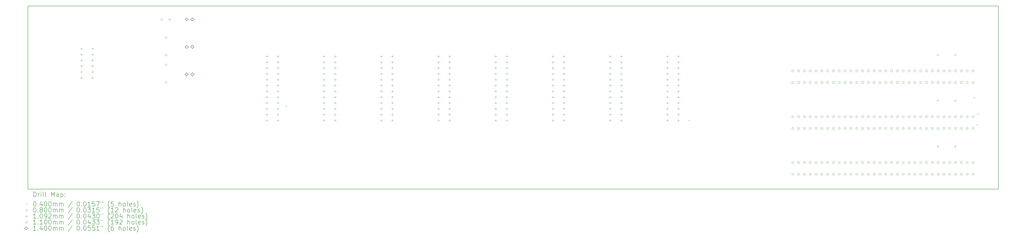
<source format=gbr>
%TF.GenerationSoftware,KiCad,Pcbnew,(6.0.7)*%
%TF.CreationDate,2023-09-04T09:41:34+01:00*%
%TF.ProjectId,CCC_rig_backplane,4343435f-7269-4675-9f62-61636b706c61,rev?*%
%TF.SameCoordinates,Original*%
%TF.FileFunction,Drillmap*%
%TF.FilePolarity,Positive*%
%FSLAX45Y45*%
G04 Gerber Fmt 4.5, Leading zero omitted, Abs format (unit mm)*
G04 Created by KiCad (PCBNEW (6.0.7)) date 2023-09-04 09:41:34*
%MOMM*%
%LPD*%
G01*
G04 APERTURE LIST*
%ADD10C,0.200000*%
%ADD11C,0.040000*%
%ADD12C,0.080000*%
%ADD13C,0.109220*%
%ADD14C,0.110000*%
%ADD15C,0.140000*%
G04 APERTURE END LIST*
D10*
X1365000Y-1386760D02*
X43765000Y-1386760D01*
X43765000Y-1386760D02*
X43765000Y-9386760D01*
X43765000Y-9386760D02*
X1365000Y-9386760D01*
X1365000Y-9386760D02*
X1365000Y-1386760D01*
D11*
X12633830Y-5748610D02*
X12673830Y-5788610D01*
X12673830Y-5748610D02*
X12633830Y-5788610D01*
X30225540Y-6371950D02*
X30265540Y-6411950D01*
X30265540Y-6371950D02*
X30225540Y-6411950D01*
X42691210Y-5366700D02*
X42731210Y-5406700D01*
X42731210Y-5366700D02*
X42691210Y-5406700D01*
X42828220Y-6554590D02*
X42868220Y-6594590D01*
X42868220Y-6554590D02*
X42828220Y-6594590D01*
X42861410Y-6062510D02*
X42901410Y-6102510D01*
X42901410Y-6062510D02*
X42861410Y-6102510D01*
D12*
X7249730Y-1975000D02*
G75*
G03*
X7249730Y-1975000I-40000J0D01*
G01*
X7440000Y-2769000D02*
G75*
G03*
X7440000Y-2769000I-40000J0D01*
G01*
X7440000Y-3531000D02*
G75*
G03*
X7440000Y-3531000I-40000J0D01*
G01*
X7440000Y-3969000D02*
G75*
G03*
X7440000Y-3969000I-40000J0D01*
G01*
X7440000Y-4731000D02*
G75*
G03*
X7440000Y-4731000I-40000J0D01*
G01*
X7599730Y-1975000D02*
G75*
G03*
X7599730Y-1975000I-40000J0D01*
G01*
X41159000Y-3525000D02*
G75*
G03*
X41159000Y-3525000I-40000J0D01*
G01*
X41159000Y-5525000D02*
G75*
G03*
X41159000Y-5525000I-40000J0D01*
G01*
X41159000Y-7525000D02*
G75*
G03*
X41159000Y-7525000I-40000J0D01*
G01*
X41921000Y-3525000D02*
G75*
G03*
X41921000Y-3525000I-40000J0D01*
G01*
X41921000Y-5525000D02*
G75*
G03*
X41921000Y-5525000I-40000J0D01*
G01*
X41921000Y-7525000D02*
G75*
G03*
X41921000Y-7525000I-40000J0D01*
G01*
D13*
X3702450Y-3197150D02*
X3702450Y-3306370D01*
X3647840Y-3251760D02*
X3757060Y-3251760D01*
X3702450Y-3451150D02*
X3702450Y-3560370D01*
X3647840Y-3505760D02*
X3757060Y-3505760D01*
X3702450Y-3705150D02*
X3702450Y-3814370D01*
X3647840Y-3759760D02*
X3757060Y-3759760D01*
X3702450Y-3959150D02*
X3702450Y-4068370D01*
X3647840Y-4013760D02*
X3757060Y-4013760D01*
X3702450Y-4213150D02*
X3702450Y-4322370D01*
X3647840Y-4267760D02*
X3757060Y-4267760D01*
X3702450Y-4467150D02*
X3702450Y-4576370D01*
X3647840Y-4521760D02*
X3757060Y-4521760D01*
X4187550Y-3197150D02*
X4187550Y-3306370D01*
X4132940Y-3251760D02*
X4242160Y-3251760D01*
X4187550Y-3451150D02*
X4187550Y-3560370D01*
X4132940Y-3505760D02*
X4242160Y-3505760D01*
X4187550Y-3705150D02*
X4187550Y-3814370D01*
X4132940Y-3759760D02*
X4242160Y-3759760D01*
X4187550Y-3959150D02*
X4187550Y-4068370D01*
X4132940Y-4013760D02*
X4242160Y-4013760D01*
X4187550Y-4213150D02*
X4187550Y-4322370D01*
X4132940Y-4267760D02*
X4242160Y-4267760D01*
X4187550Y-4467150D02*
X4187550Y-4576370D01*
X4132940Y-4521760D02*
X4242160Y-4521760D01*
X11799800Y-3535150D02*
X11799800Y-3644370D01*
X11745190Y-3589760D02*
X11854410Y-3589760D01*
X11799800Y-3789150D02*
X11799800Y-3898370D01*
X11745190Y-3843760D02*
X11854410Y-3843760D01*
X11799800Y-4043150D02*
X11799800Y-4152370D01*
X11745190Y-4097760D02*
X11854410Y-4097760D01*
X11799800Y-4297150D02*
X11799800Y-4406370D01*
X11745190Y-4351760D02*
X11854410Y-4351760D01*
X11799800Y-4551150D02*
X11799800Y-4660370D01*
X11745190Y-4605760D02*
X11854410Y-4605760D01*
X11799800Y-4805150D02*
X11799800Y-4914370D01*
X11745190Y-4859760D02*
X11854410Y-4859760D01*
X11799800Y-5059150D02*
X11799800Y-5168370D01*
X11745190Y-5113760D02*
X11854410Y-5113760D01*
X11799800Y-5313150D02*
X11799800Y-5422370D01*
X11745190Y-5367760D02*
X11854410Y-5367760D01*
X11799800Y-5567150D02*
X11799800Y-5676370D01*
X11745190Y-5621760D02*
X11854410Y-5621760D01*
X11799800Y-5821150D02*
X11799800Y-5930370D01*
X11745190Y-5875760D02*
X11854410Y-5875760D01*
X11799800Y-6075150D02*
X11799800Y-6184370D01*
X11745190Y-6129760D02*
X11854410Y-6129760D01*
X11799800Y-6329150D02*
X11799800Y-6438370D01*
X11745190Y-6383760D02*
X11854410Y-6383760D01*
X12285000Y-3535150D02*
X12285000Y-3644370D01*
X12230390Y-3589760D02*
X12339610Y-3589760D01*
X12285000Y-3789150D02*
X12285000Y-3898370D01*
X12230390Y-3843760D02*
X12339610Y-3843760D01*
X12285000Y-4043150D02*
X12285000Y-4152370D01*
X12230390Y-4097760D02*
X12339610Y-4097760D01*
X12285000Y-4297150D02*
X12285000Y-4406370D01*
X12230390Y-4351760D02*
X12339610Y-4351760D01*
X12285000Y-4551150D02*
X12285000Y-4660370D01*
X12230390Y-4605760D02*
X12339610Y-4605760D01*
X12285000Y-4805150D02*
X12285000Y-4914370D01*
X12230390Y-4859760D02*
X12339610Y-4859760D01*
X12285000Y-5059150D02*
X12285000Y-5168370D01*
X12230390Y-5113760D02*
X12339610Y-5113760D01*
X12285000Y-5313150D02*
X12285000Y-5422370D01*
X12230390Y-5367760D02*
X12339610Y-5367760D01*
X12285000Y-5567150D02*
X12285000Y-5676370D01*
X12230390Y-5621760D02*
X12339610Y-5621760D01*
X12285000Y-5821150D02*
X12285000Y-5930370D01*
X12230390Y-5875760D02*
X12339610Y-5875760D01*
X12285000Y-6075150D02*
X12285000Y-6184370D01*
X12230390Y-6129760D02*
X12339610Y-6129760D01*
X12285000Y-6329150D02*
X12285000Y-6438370D01*
X12230390Y-6383760D02*
X12339610Y-6383760D01*
X14299800Y-3535150D02*
X14299800Y-3644370D01*
X14245190Y-3589760D02*
X14354410Y-3589760D01*
X14299800Y-3789150D02*
X14299800Y-3898370D01*
X14245190Y-3843760D02*
X14354410Y-3843760D01*
X14299800Y-4043150D02*
X14299800Y-4152370D01*
X14245190Y-4097760D02*
X14354410Y-4097760D01*
X14299800Y-4297150D02*
X14299800Y-4406370D01*
X14245190Y-4351760D02*
X14354410Y-4351760D01*
X14299800Y-4551150D02*
X14299800Y-4660370D01*
X14245190Y-4605760D02*
X14354410Y-4605760D01*
X14299800Y-4805150D02*
X14299800Y-4914370D01*
X14245190Y-4859760D02*
X14354410Y-4859760D01*
X14299800Y-5059150D02*
X14299800Y-5168370D01*
X14245190Y-5113760D02*
X14354410Y-5113760D01*
X14299800Y-5313150D02*
X14299800Y-5422370D01*
X14245190Y-5367760D02*
X14354410Y-5367760D01*
X14299800Y-5567150D02*
X14299800Y-5676370D01*
X14245190Y-5621760D02*
X14354410Y-5621760D01*
X14299800Y-5821150D02*
X14299800Y-5930370D01*
X14245190Y-5875760D02*
X14354410Y-5875760D01*
X14299800Y-6075150D02*
X14299800Y-6184370D01*
X14245190Y-6129760D02*
X14354410Y-6129760D01*
X14299800Y-6329150D02*
X14299800Y-6438370D01*
X14245190Y-6383760D02*
X14354410Y-6383760D01*
X14785000Y-3535150D02*
X14785000Y-3644370D01*
X14730390Y-3589760D02*
X14839610Y-3589760D01*
X14785000Y-3789150D02*
X14785000Y-3898370D01*
X14730390Y-3843760D02*
X14839610Y-3843760D01*
X14785000Y-4043150D02*
X14785000Y-4152370D01*
X14730390Y-4097760D02*
X14839610Y-4097760D01*
X14785000Y-4297150D02*
X14785000Y-4406370D01*
X14730390Y-4351760D02*
X14839610Y-4351760D01*
X14785000Y-4551150D02*
X14785000Y-4660370D01*
X14730390Y-4605760D02*
X14839610Y-4605760D01*
X14785000Y-4805150D02*
X14785000Y-4914370D01*
X14730390Y-4859760D02*
X14839610Y-4859760D01*
X14785000Y-5059150D02*
X14785000Y-5168370D01*
X14730390Y-5113760D02*
X14839610Y-5113760D01*
X14785000Y-5313150D02*
X14785000Y-5422370D01*
X14730390Y-5367760D02*
X14839610Y-5367760D01*
X14785000Y-5567150D02*
X14785000Y-5676370D01*
X14730390Y-5621760D02*
X14839610Y-5621760D01*
X14785000Y-5821150D02*
X14785000Y-5930370D01*
X14730390Y-5875760D02*
X14839610Y-5875760D01*
X14785000Y-6075150D02*
X14785000Y-6184370D01*
X14730390Y-6129760D02*
X14839610Y-6129760D01*
X14785000Y-6329150D02*
X14785000Y-6438370D01*
X14730390Y-6383760D02*
X14839610Y-6383760D01*
X16799800Y-3535150D02*
X16799800Y-3644370D01*
X16745190Y-3589760D02*
X16854410Y-3589760D01*
X16799800Y-3789150D02*
X16799800Y-3898370D01*
X16745190Y-3843760D02*
X16854410Y-3843760D01*
X16799800Y-4043150D02*
X16799800Y-4152370D01*
X16745190Y-4097760D02*
X16854410Y-4097760D01*
X16799800Y-4297150D02*
X16799800Y-4406370D01*
X16745190Y-4351760D02*
X16854410Y-4351760D01*
X16799800Y-4551150D02*
X16799800Y-4660370D01*
X16745190Y-4605760D02*
X16854410Y-4605760D01*
X16799800Y-4805150D02*
X16799800Y-4914370D01*
X16745190Y-4859760D02*
X16854410Y-4859760D01*
X16799800Y-5059150D02*
X16799800Y-5168370D01*
X16745190Y-5113760D02*
X16854410Y-5113760D01*
X16799800Y-5313150D02*
X16799800Y-5422370D01*
X16745190Y-5367760D02*
X16854410Y-5367760D01*
X16799800Y-5567150D02*
X16799800Y-5676370D01*
X16745190Y-5621760D02*
X16854410Y-5621760D01*
X16799800Y-5821150D02*
X16799800Y-5930370D01*
X16745190Y-5875760D02*
X16854410Y-5875760D01*
X16799800Y-6075150D02*
X16799800Y-6184370D01*
X16745190Y-6129760D02*
X16854410Y-6129760D01*
X16799800Y-6329150D02*
X16799800Y-6438370D01*
X16745190Y-6383760D02*
X16854410Y-6383760D01*
X17285000Y-3535150D02*
X17285000Y-3644370D01*
X17230390Y-3589760D02*
X17339610Y-3589760D01*
X17285000Y-3789150D02*
X17285000Y-3898370D01*
X17230390Y-3843760D02*
X17339610Y-3843760D01*
X17285000Y-4043150D02*
X17285000Y-4152370D01*
X17230390Y-4097760D02*
X17339610Y-4097760D01*
X17285000Y-4297150D02*
X17285000Y-4406370D01*
X17230390Y-4351760D02*
X17339610Y-4351760D01*
X17285000Y-4551150D02*
X17285000Y-4660370D01*
X17230390Y-4605760D02*
X17339610Y-4605760D01*
X17285000Y-4805150D02*
X17285000Y-4914370D01*
X17230390Y-4859760D02*
X17339610Y-4859760D01*
X17285000Y-5059150D02*
X17285000Y-5168370D01*
X17230390Y-5113760D02*
X17339610Y-5113760D01*
X17285000Y-5313150D02*
X17285000Y-5422370D01*
X17230390Y-5367760D02*
X17339610Y-5367760D01*
X17285000Y-5567150D02*
X17285000Y-5676370D01*
X17230390Y-5621760D02*
X17339610Y-5621760D01*
X17285000Y-5821150D02*
X17285000Y-5930370D01*
X17230390Y-5875760D02*
X17339610Y-5875760D01*
X17285000Y-6075150D02*
X17285000Y-6184370D01*
X17230390Y-6129760D02*
X17339610Y-6129760D01*
X17285000Y-6329150D02*
X17285000Y-6438370D01*
X17230390Y-6383760D02*
X17339610Y-6383760D01*
X19299800Y-3535150D02*
X19299800Y-3644370D01*
X19245190Y-3589760D02*
X19354410Y-3589760D01*
X19299800Y-3789150D02*
X19299800Y-3898370D01*
X19245190Y-3843760D02*
X19354410Y-3843760D01*
X19299800Y-4043150D02*
X19299800Y-4152370D01*
X19245190Y-4097760D02*
X19354410Y-4097760D01*
X19299800Y-4297150D02*
X19299800Y-4406370D01*
X19245190Y-4351760D02*
X19354410Y-4351760D01*
X19299800Y-4551150D02*
X19299800Y-4660370D01*
X19245190Y-4605760D02*
X19354410Y-4605760D01*
X19299800Y-4805150D02*
X19299800Y-4914370D01*
X19245190Y-4859760D02*
X19354410Y-4859760D01*
X19299800Y-5059150D02*
X19299800Y-5168370D01*
X19245190Y-5113760D02*
X19354410Y-5113760D01*
X19299800Y-5313150D02*
X19299800Y-5422370D01*
X19245190Y-5367760D02*
X19354410Y-5367760D01*
X19299800Y-5567150D02*
X19299800Y-5676370D01*
X19245190Y-5621760D02*
X19354410Y-5621760D01*
X19299800Y-5821150D02*
X19299800Y-5930370D01*
X19245190Y-5875760D02*
X19354410Y-5875760D01*
X19299800Y-6075150D02*
X19299800Y-6184370D01*
X19245190Y-6129760D02*
X19354410Y-6129760D01*
X19299800Y-6329150D02*
X19299800Y-6438370D01*
X19245190Y-6383760D02*
X19354410Y-6383760D01*
X19785000Y-3535150D02*
X19785000Y-3644370D01*
X19730390Y-3589760D02*
X19839610Y-3589760D01*
X19785000Y-3789150D02*
X19785000Y-3898370D01*
X19730390Y-3843760D02*
X19839610Y-3843760D01*
X19785000Y-4043150D02*
X19785000Y-4152370D01*
X19730390Y-4097760D02*
X19839610Y-4097760D01*
X19785000Y-4297150D02*
X19785000Y-4406370D01*
X19730390Y-4351760D02*
X19839610Y-4351760D01*
X19785000Y-4551150D02*
X19785000Y-4660370D01*
X19730390Y-4605760D02*
X19839610Y-4605760D01*
X19785000Y-4805150D02*
X19785000Y-4914370D01*
X19730390Y-4859760D02*
X19839610Y-4859760D01*
X19785000Y-5059150D02*
X19785000Y-5168370D01*
X19730390Y-5113760D02*
X19839610Y-5113760D01*
X19785000Y-5313150D02*
X19785000Y-5422370D01*
X19730390Y-5367760D02*
X19839610Y-5367760D01*
X19785000Y-5567150D02*
X19785000Y-5676370D01*
X19730390Y-5621760D02*
X19839610Y-5621760D01*
X19785000Y-5821150D02*
X19785000Y-5930370D01*
X19730390Y-5875760D02*
X19839610Y-5875760D01*
X19785000Y-6075150D02*
X19785000Y-6184370D01*
X19730390Y-6129760D02*
X19839610Y-6129760D01*
X19785000Y-6329150D02*
X19785000Y-6438370D01*
X19730390Y-6383760D02*
X19839610Y-6383760D01*
X21799800Y-3535150D02*
X21799800Y-3644370D01*
X21745190Y-3589760D02*
X21854410Y-3589760D01*
X21799800Y-3789150D02*
X21799800Y-3898370D01*
X21745190Y-3843760D02*
X21854410Y-3843760D01*
X21799800Y-4043150D02*
X21799800Y-4152370D01*
X21745190Y-4097760D02*
X21854410Y-4097760D01*
X21799800Y-4297150D02*
X21799800Y-4406370D01*
X21745190Y-4351760D02*
X21854410Y-4351760D01*
X21799800Y-4551150D02*
X21799800Y-4660370D01*
X21745190Y-4605760D02*
X21854410Y-4605760D01*
X21799800Y-4805150D02*
X21799800Y-4914370D01*
X21745190Y-4859760D02*
X21854410Y-4859760D01*
X21799800Y-5059150D02*
X21799800Y-5168370D01*
X21745190Y-5113760D02*
X21854410Y-5113760D01*
X21799800Y-5313150D02*
X21799800Y-5422370D01*
X21745190Y-5367760D02*
X21854410Y-5367760D01*
X21799800Y-5567150D02*
X21799800Y-5676370D01*
X21745190Y-5621760D02*
X21854410Y-5621760D01*
X21799800Y-5821150D02*
X21799800Y-5930370D01*
X21745190Y-5875760D02*
X21854410Y-5875760D01*
X21799800Y-6075150D02*
X21799800Y-6184370D01*
X21745190Y-6129760D02*
X21854410Y-6129760D01*
X21799800Y-6329150D02*
X21799800Y-6438370D01*
X21745190Y-6383760D02*
X21854410Y-6383760D01*
X22285000Y-3535150D02*
X22285000Y-3644370D01*
X22230390Y-3589760D02*
X22339610Y-3589760D01*
X22285000Y-3789150D02*
X22285000Y-3898370D01*
X22230390Y-3843760D02*
X22339610Y-3843760D01*
X22285000Y-4043150D02*
X22285000Y-4152370D01*
X22230390Y-4097760D02*
X22339610Y-4097760D01*
X22285000Y-4297150D02*
X22285000Y-4406370D01*
X22230390Y-4351760D02*
X22339610Y-4351760D01*
X22285000Y-4551150D02*
X22285000Y-4660370D01*
X22230390Y-4605760D02*
X22339610Y-4605760D01*
X22285000Y-4805150D02*
X22285000Y-4914370D01*
X22230390Y-4859760D02*
X22339610Y-4859760D01*
X22285000Y-5059150D02*
X22285000Y-5168370D01*
X22230390Y-5113760D02*
X22339610Y-5113760D01*
X22285000Y-5313150D02*
X22285000Y-5422370D01*
X22230390Y-5367760D02*
X22339610Y-5367760D01*
X22285000Y-5567150D02*
X22285000Y-5676370D01*
X22230390Y-5621760D02*
X22339610Y-5621760D01*
X22285000Y-5821150D02*
X22285000Y-5930370D01*
X22230390Y-5875760D02*
X22339610Y-5875760D01*
X22285000Y-6075150D02*
X22285000Y-6184370D01*
X22230390Y-6129760D02*
X22339610Y-6129760D01*
X22285000Y-6329150D02*
X22285000Y-6438370D01*
X22230390Y-6383760D02*
X22339610Y-6383760D01*
X24299800Y-3535150D02*
X24299800Y-3644370D01*
X24245190Y-3589760D02*
X24354410Y-3589760D01*
X24299800Y-3789150D02*
X24299800Y-3898370D01*
X24245190Y-3843760D02*
X24354410Y-3843760D01*
X24299800Y-4043150D02*
X24299800Y-4152370D01*
X24245190Y-4097760D02*
X24354410Y-4097760D01*
X24299800Y-4297150D02*
X24299800Y-4406370D01*
X24245190Y-4351760D02*
X24354410Y-4351760D01*
X24299800Y-4551150D02*
X24299800Y-4660370D01*
X24245190Y-4605760D02*
X24354410Y-4605760D01*
X24299800Y-4805150D02*
X24299800Y-4914370D01*
X24245190Y-4859760D02*
X24354410Y-4859760D01*
X24299800Y-5059150D02*
X24299800Y-5168370D01*
X24245190Y-5113760D02*
X24354410Y-5113760D01*
X24299800Y-5313150D02*
X24299800Y-5422370D01*
X24245190Y-5367760D02*
X24354410Y-5367760D01*
X24299800Y-5567150D02*
X24299800Y-5676370D01*
X24245190Y-5621760D02*
X24354410Y-5621760D01*
X24299800Y-5821150D02*
X24299800Y-5930370D01*
X24245190Y-5875760D02*
X24354410Y-5875760D01*
X24299800Y-6075150D02*
X24299800Y-6184370D01*
X24245190Y-6129760D02*
X24354410Y-6129760D01*
X24299800Y-6329150D02*
X24299800Y-6438370D01*
X24245190Y-6383760D02*
X24354410Y-6383760D01*
X24785000Y-3535150D02*
X24785000Y-3644370D01*
X24730390Y-3589760D02*
X24839610Y-3589760D01*
X24785000Y-3789150D02*
X24785000Y-3898370D01*
X24730390Y-3843760D02*
X24839610Y-3843760D01*
X24785000Y-4043150D02*
X24785000Y-4152370D01*
X24730390Y-4097760D02*
X24839610Y-4097760D01*
X24785000Y-4297150D02*
X24785000Y-4406370D01*
X24730390Y-4351760D02*
X24839610Y-4351760D01*
X24785000Y-4551150D02*
X24785000Y-4660370D01*
X24730390Y-4605760D02*
X24839610Y-4605760D01*
X24785000Y-4805150D02*
X24785000Y-4914370D01*
X24730390Y-4859760D02*
X24839610Y-4859760D01*
X24785000Y-5059150D02*
X24785000Y-5168370D01*
X24730390Y-5113760D02*
X24839610Y-5113760D01*
X24785000Y-5313150D02*
X24785000Y-5422370D01*
X24730390Y-5367760D02*
X24839610Y-5367760D01*
X24785000Y-5567150D02*
X24785000Y-5676370D01*
X24730390Y-5621760D02*
X24839610Y-5621760D01*
X24785000Y-5821150D02*
X24785000Y-5930370D01*
X24730390Y-5875760D02*
X24839610Y-5875760D01*
X24785000Y-6075150D02*
X24785000Y-6184370D01*
X24730390Y-6129760D02*
X24839610Y-6129760D01*
X24785000Y-6329150D02*
X24785000Y-6438370D01*
X24730390Y-6383760D02*
X24839610Y-6383760D01*
X26799800Y-3535150D02*
X26799800Y-3644370D01*
X26745190Y-3589760D02*
X26854410Y-3589760D01*
X26799800Y-3789150D02*
X26799800Y-3898370D01*
X26745190Y-3843760D02*
X26854410Y-3843760D01*
X26799800Y-4043150D02*
X26799800Y-4152370D01*
X26745190Y-4097760D02*
X26854410Y-4097760D01*
X26799800Y-4297150D02*
X26799800Y-4406370D01*
X26745190Y-4351760D02*
X26854410Y-4351760D01*
X26799800Y-4551150D02*
X26799800Y-4660370D01*
X26745190Y-4605760D02*
X26854410Y-4605760D01*
X26799800Y-4805150D02*
X26799800Y-4914370D01*
X26745190Y-4859760D02*
X26854410Y-4859760D01*
X26799800Y-5059150D02*
X26799800Y-5168370D01*
X26745190Y-5113760D02*
X26854410Y-5113760D01*
X26799800Y-5313150D02*
X26799800Y-5422370D01*
X26745190Y-5367760D02*
X26854410Y-5367760D01*
X26799800Y-5567150D02*
X26799800Y-5676370D01*
X26745190Y-5621760D02*
X26854410Y-5621760D01*
X26799800Y-5821150D02*
X26799800Y-5930370D01*
X26745190Y-5875760D02*
X26854410Y-5875760D01*
X26799800Y-6075150D02*
X26799800Y-6184370D01*
X26745190Y-6129760D02*
X26854410Y-6129760D01*
X26799800Y-6329150D02*
X26799800Y-6438370D01*
X26745190Y-6383760D02*
X26854410Y-6383760D01*
X27285000Y-3535150D02*
X27285000Y-3644370D01*
X27230390Y-3589760D02*
X27339610Y-3589760D01*
X27285000Y-3789150D02*
X27285000Y-3898370D01*
X27230390Y-3843760D02*
X27339610Y-3843760D01*
X27285000Y-4043150D02*
X27285000Y-4152370D01*
X27230390Y-4097760D02*
X27339610Y-4097760D01*
X27285000Y-4297150D02*
X27285000Y-4406370D01*
X27230390Y-4351760D02*
X27339610Y-4351760D01*
X27285000Y-4551150D02*
X27285000Y-4660370D01*
X27230390Y-4605760D02*
X27339610Y-4605760D01*
X27285000Y-4805150D02*
X27285000Y-4914370D01*
X27230390Y-4859760D02*
X27339610Y-4859760D01*
X27285000Y-5059150D02*
X27285000Y-5168370D01*
X27230390Y-5113760D02*
X27339610Y-5113760D01*
X27285000Y-5313150D02*
X27285000Y-5422370D01*
X27230390Y-5367760D02*
X27339610Y-5367760D01*
X27285000Y-5567150D02*
X27285000Y-5676370D01*
X27230390Y-5621760D02*
X27339610Y-5621760D01*
X27285000Y-5821150D02*
X27285000Y-5930370D01*
X27230390Y-5875760D02*
X27339610Y-5875760D01*
X27285000Y-6075150D02*
X27285000Y-6184370D01*
X27230390Y-6129760D02*
X27339610Y-6129760D01*
X27285000Y-6329150D02*
X27285000Y-6438370D01*
X27230390Y-6383760D02*
X27339610Y-6383760D01*
X29299800Y-3535150D02*
X29299800Y-3644370D01*
X29245190Y-3589760D02*
X29354410Y-3589760D01*
X29299800Y-3789150D02*
X29299800Y-3898370D01*
X29245190Y-3843760D02*
X29354410Y-3843760D01*
X29299800Y-4043150D02*
X29299800Y-4152370D01*
X29245190Y-4097760D02*
X29354410Y-4097760D01*
X29299800Y-4297150D02*
X29299800Y-4406370D01*
X29245190Y-4351760D02*
X29354410Y-4351760D01*
X29299800Y-4551150D02*
X29299800Y-4660370D01*
X29245190Y-4605760D02*
X29354410Y-4605760D01*
X29299800Y-4805150D02*
X29299800Y-4914370D01*
X29245190Y-4859760D02*
X29354410Y-4859760D01*
X29299800Y-5059150D02*
X29299800Y-5168370D01*
X29245190Y-5113760D02*
X29354410Y-5113760D01*
X29299800Y-5313150D02*
X29299800Y-5422370D01*
X29245190Y-5367760D02*
X29354410Y-5367760D01*
X29299800Y-5567150D02*
X29299800Y-5676370D01*
X29245190Y-5621760D02*
X29354410Y-5621760D01*
X29299800Y-5821150D02*
X29299800Y-5930370D01*
X29245190Y-5875760D02*
X29354410Y-5875760D01*
X29299800Y-6075150D02*
X29299800Y-6184370D01*
X29245190Y-6129760D02*
X29354410Y-6129760D01*
X29299800Y-6329150D02*
X29299800Y-6438370D01*
X29245190Y-6383760D02*
X29354410Y-6383760D01*
X29785000Y-3535150D02*
X29785000Y-3644370D01*
X29730390Y-3589760D02*
X29839610Y-3589760D01*
X29785000Y-3789150D02*
X29785000Y-3898370D01*
X29730390Y-3843760D02*
X29839610Y-3843760D01*
X29785000Y-4043150D02*
X29785000Y-4152370D01*
X29730390Y-4097760D02*
X29839610Y-4097760D01*
X29785000Y-4297150D02*
X29785000Y-4406370D01*
X29730390Y-4351760D02*
X29839610Y-4351760D01*
X29785000Y-4551150D02*
X29785000Y-4660370D01*
X29730390Y-4605760D02*
X29839610Y-4605760D01*
X29785000Y-4805150D02*
X29785000Y-4914370D01*
X29730390Y-4859760D02*
X29839610Y-4859760D01*
X29785000Y-5059150D02*
X29785000Y-5168370D01*
X29730390Y-5113760D02*
X29839610Y-5113760D01*
X29785000Y-5313150D02*
X29785000Y-5422370D01*
X29730390Y-5367760D02*
X29839610Y-5367760D01*
X29785000Y-5567150D02*
X29785000Y-5676370D01*
X29730390Y-5621760D02*
X29839610Y-5621760D01*
X29785000Y-5821150D02*
X29785000Y-5930370D01*
X29730390Y-5875760D02*
X29839610Y-5875760D01*
X29785000Y-6075150D02*
X29785000Y-6184370D01*
X29730390Y-6129760D02*
X29839610Y-6129760D01*
X29785000Y-6329150D02*
X29785000Y-6438370D01*
X29730390Y-6383760D02*
X29839610Y-6383760D01*
D14*
X34817771Y-4256841D02*
X34817771Y-4179059D01*
X34739989Y-4179059D01*
X34739989Y-4256841D01*
X34817771Y-4256841D01*
X34817771Y-4764841D02*
X34817771Y-4687059D01*
X34739989Y-4687059D01*
X34739989Y-4764841D01*
X34817771Y-4764841D01*
X34817771Y-6256841D02*
X34817771Y-6179059D01*
X34739989Y-6179059D01*
X34739989Y-6256841D01*
X34817771Y-6256841D01*
X34817771Y-6764841D02*
X34817771Y-6687059D01*
X34739989Y-6687059D01*
X34739989Y-6764841D01*
X34817771Y-6764841D01*
X34817771Y-8256841D02*
X34817771Y-8179059D01*
X34739989Y-8179059D01*
X34739989Y-8256841D01*
X34817771Y-8256841D01*
X34817771Y-8764841D02*
X34817771Y-8687059D01*
X34739989Y-8687059D01*
X34739989Y-8764841D01*
X34817771Y-8764841D01*
X35071771Y-4256841D02*
X35071771Y-4179059D01*
X34993989Y-4179059D01*
X34993989Y-4256841D01*
X35071771Y-4256841D01*
X35071771Y-4764841D02*
X35071771Y-4687059D01*
X34993989Y-4687059D01*
X34993989Y-4764841D01*
X35071771Y-4764841D01*
X35071771Y-6256841D02*
X35071771Y-6179059D01*
X34993989Y-6179059D01*
X34993989Y-6256841D01*
X35071771Y-6256841D01*
X35071771Y-6764841D02*
X35071771Y-6687059D01*
X34993989Y-6687059D01*
X34993989Y-6764841D01*
X35071771Y-6764841D01*
X35071771Y-8256841D02*
X35071771Y-8179059D01*
X34993989Y-8179059D01*
X34993989Y-8256841D01*
X35071771Y-8256841D01*
X35071771Y-8764841D02*
X35071771Y-8687059D01*
X34993989Y-8687059D01*
X34993989Y-8764841D01*
X35071771Y-8764841D01*
X35325771Y-4256841D02*
X35325771Y-4179059D01*
X35247989Y-4179059D01*
X35247989Y-4256841D01*
X35325771Y-4256841D01*
X35325771Y-4764841D02*
X35325771Y-4687059D01*
X35247989Y-4687059D01*
X35247989Y-4764841D01*
X35325771Y-4764841D01*
X35325771Y-6256841D02*
X35325771Y-6179059D01*
X35247989Y-6179059D01*
X35247989Y-6256841D01*
X35325771Y-6256841D01*
X35325771Y-6764841D02*
X35325771Y-6687059D01*
X35247989Y-6687059D01*
X35247989Y-6764841D01*
X35325771Y-6764841D01*
X35325771Y-8256841D02*
X35325771Y-8179059D01*
X35247989Y-8179059D01*
X35247989Y-8256841D01*
X35325771Y-8256841D01*
X35325771Y-8764841D02*
X35325771Y-8687059D01*
X35247989Y-8687059D01*
X35247989Y-8764841D01*
X35325771Y-8764841D01*
X35579771Y-4256841D02*
X35579771Y-4179059D01*
X35501989Y-4179059D01*
X35501989Y-4256841D01*
X35579771Y-4256841D01*
X35579771Y-4764841D02*
X35579771Y-4687059D01*
X35501989Y-4687059D01*
X35501989Y-4764841D01*
X35579771Y-4764841D01*
X35579771Y-6256841D02*
X35579771Y-6179059D01*
X35501989Y-6179059D01*
X35501989Y-6256841D01*
X35579771Y-6256841D01*
X35579771Y-6764841D02*
X35579771Y-6687059D01*
X35501989Y-6687059D01*
X35501989Y-6764841D01*
X35579771Y-6764841D01*
X35579771Y-8256841D02*
X35579771Y-8179059D01*
X35501989Y-8179059D01*
X35501989Y-8256841D01*
X35579771Y-8256841D01*
X35579771Y-8764841D02*
X35579771Y-8687059D01*
X35501989Y-8687059D01*
X35501989Y-8764841D01*
X35579771Y-8764841D01*
X35833771Y-4256841D02*
X35833771Y-4179059D01*
X35755989Y-4179059D01*
X35755989Y-4256841D01*
X35833771Y-4256841D01*
X35833771Y-4764841D02*
X35833771Y-4687059D01*
X35755989Y-4687059D01*
X35755989Y-4764841D01*
X35833771Y-4764841D01*
X35833771Y-6256841D02*
X35833771Y-6179059D01*
X35755989Y-6179059D01*
X35755989Y-6256841D01*
X35833771Y-6256841D01*
X35833771Y-6764841D02*
X35833771Y-6687059D01*
X35755989Y-6687059D01*
X35755989Y-6764841D01*
X35833771Y-6764841D01*
X35833771Y-8256841D02*
X35833771Y-8179059D01*
X35755989Y-8179059D01*
X35755989Y-8256841D01*
X35833771Y-8256841D01*
X35833771Y-8764841D02*
X35833771Y-8687059D01*
X35755989Y-8687059D01*
X35755989Y-8764841D01*
X35833771Y-8764841D01*
X36087771Y-4256841D02*
X36087771Y-4179059D01*
X36009989Y-4179059D01*
X36009989Y-4256841D01*
X36087771Y-4256841D01*
X36087771Y-4764841D02*
X36087771Y-4687059D01*
X36009989Y-4687059D01*
X36009989Y-4764841D01*
X36087771Y-4764841D01*
X36087771Y-6256841D02*
X36087771Y-6179059D01*
X36009989Y-6179059D01*
X36009989Y-6256841D01*
X36087771Y-6256841D01*
X36087771Y-6764841D02*
X36087771Y-6687059D01*
X36009989Y-6687059D01*
X36009989Y-6764841D01*
X36087771Y-6764841D01*
X36087771Y-8256841D02*
X36087771Y-8179059D01*
X36009989Y-8179059D01*
X36009989Y-8256841D01*
X36087771Y-8256841D01*
X36087771Y-8764841D02*
X36087771Y-8687059D01*
X36009989Y-8687059D01*
X36009989Y-8764841D01*
X36087771Y-8764841D01*
X36341771Y-4256841D02*
X36341771Y-4179059D01*
X36263989Y-4179059D01*
X36263989Y-4256841D01*
X36341771Y-4256841D01*
X36341771Y-4764841D02*
X36341771Y-4687059D01*
X36263989Y-4687059D01*
X36263989Y-4764841D01*
X36341771Y-4764841D01*
X36341771Y-6256841D02*
X36341771Y-6179059D01*
X36263989Y-6179059D01*
X36263989Y-6256841D01*
X36341771Y-6256841D01*
X36341771Y-6764841D02*
X36341771Y-6687059D01*
X36263989Y-6687059D01*
X36263989Y-6764841D01*
X36341771Y-6764841D01*
X36341771Y-8256841D02*
X36341771Y-8179059D01*
X36263989Y-8179059D01*
X36263989Y-8256841D01*
X36341771Y-8256841D01*
X36341771Y-8764841D02*
X36341771Y-8687059D01*
X36263989Y-8687059D01*
X36263989Y-8764841D01*
X36341771Y-8764841D01*
X36595771Y-4256841D02*
X36595771Y-4179059D01*
X36517989Y-4179059D01*
X36517989Y-4256841D01*
X36595771Y-4256841D01*
X36595771Y-4764841D02*
X36595771Y-4687059D01*
X36517989Y-4687059D01*
X36517989Y-4764841D01*
X36595771Y-4764841D01*
X36595771Y-6256841D02*
X36595771Y-6179059D01*
X36517989Y-6179059D01*
X36517989Y-6256841D01*
X36595771Y-6256841D01*
X36595771Y-6764841D02*
X36595771Y-6687059D01*
X36517989Y-6687059D01*
X36517989Y-6764841D01*
X36595771Y-6764841D01*
X36595771Y-8256841D02*
X36595771Y-8179059D01*
X36517989Y-8179059D01*
X36517989Y-8256841D01*
X36595771Y-8256841D01*
X36595771Y-8764841D02*
X36595771Y-8687059D01*
X36517989Y-8687059D01*
X36517989Y-8764841D01*
X36595771Y-8764841D01*
X36849771Y-4256841D02*
X36849771Y-4179059D01*
X36771989Y-4179059D01*
X36771989Y-4256841D01*
X36849771Y-4256841D01*
X36849771Y-4764841D02*
X36849771Y-4687059D01*
X36771989Y-4687059D01*
X36771989Y-4764841D01*
X36849771Y-4764841D01*
X36849771Y-6256841D02*
X36849771Y-6179059D01*
X36771989Y-6179059D01*
X36771989Y-6256841D01*
X36849771Y-6256841D01*
X36849771Y-6764841D02*
X36849771Y-6687059D01*
X36771989Y-6687059D01*
X36771989Y-6764841D01*
X36849771Y-6764841D01*
X36849771Y-8256841D02*
X36849771Y-8179059D01*
X36771989Y-8179059D01*
X36771989Y-8256841D01*
X36849771Y-8256841D01*
X36849771Y-8764841D02*
X36849771Y-8687059D01*
X36771989Y-8687059D01*
X36771989Y-8764841D01*
X36849771Y-8764841D01*
X37103771Y-4256841D02*
X37103771Y-4179059D01*
X37025989Y-4179059D01*
X37025989Y-4256841D01*
X37103771Y-4256841D01*
X37103771Y-4764841D02*
X37103771Y-4687059D01*
X37025989Y-4687059D01*
X37025989Y-4764841D01*
X37103771Y-4764841D01*
X37103771Y-6256841D02*
X37103771Y-6179059D01*
X37025989Y-6179059D01*
X37025989Y-6256841D01*
X37103771Y-6256841D01*
X37103771Y-6764841D02*
X37103771Y-6687059D01*
X37025989Y-6687059D01*
X37025989Y-6764841D01*
X37103771Y-6764841D01*
X37103771Y-8256841D02*
X37103771Y-8179059D01*
X37025989Y-8179059D01*
X37025989Y-8256841D01*
X37103771Y-8256841D01*
X37103771Y-8764841D02*
X37103771Y-8687059D01*
X37025989Y-8687059D01*
X37025989Y-8764841D01*
X37103771Y-8764841D01*
X37357771Y-4256841D02*
X37357771Y-4179059D01*
X37279989Y-4179059D01*
X37279989Y-4256841D01*
X37357771Y-4256841D01*
X37357771Y-4764841D02*
X37357771Y-4687059D01*
X37279989Y-4687059D01*
X37279989Y-4764841D01*
X37357771Y-4764841D01*
X37357771Y-6256841D02*
X37357771Y-6179059D01*
X37279989Y-6179059D01*
X37279989Y-6256841D01*
X37357771Y-6256841D01*
X37357771Y-6764841D02*
X37357771Y-6687059D01*
X37279989Y-6687059D01*
X37279989Y-6764841D01*
X37357771Y-6764841D01*
X37357771Y-8256841D02*
X37357771Y-8179059D01*
X37279989Y-8179059D01*
X37279989Y-8256841D01*
X37357771Y-8256841D01*
X37357771Y-8764841D02*
X37357771Y-8687059D01*
X37279989Y-8687059D01*
X37279989Y-8764841D01*
X37357771Y-8764841D01*
X37611771Y-4256841D02*
X37611771Y-4179059D01*
X37533989Y-4179059D01*
X37533989Y-4256841D01*
X37611771Y-4256841D01*
X37611771Y-4764841D02*
X37611771Y-4687059D01*
X37533989Y-4687059D01*
X37533989Y-4764841D01*
X37611771Y-4764841D01*
X37611771Y-6256841D02*
X37611771Y-6179059D01*
X37533989Y-6179059D01*
X37533989Y-6256841D01*
X37611771Y-6256841D01*
X37611771Y-6764841D02*
X37611771Y-6687059D01*
X37533989Y-6687059D01*
X37533989Y-6764841D01*
X37611771Y-6764841D01*
X37611771Y-8256841D02*
X37611771Y-8179059D01*
X37533989Y-8179059D01*
X37533989Y-8256841D01*
X37611771Y-8256841D01*
X37611771Y-8764841D02*
X37611771Y-8687059D01*
X37533989Y-8687059D01*
X37533989Y-8764841D01*
X37611771Y-8764841D01*
X37865771Y-4256841D02*
X37865771Y-4179059D01*
X37787989Y-4179059D01*
X37787989Y-4256841D01*
X37865771Y-4256841D01*
X37865771Y-4764841D02*
X37865771Y-4687059D01*
X37787989Y-4687059D01*
X37787989Y-4764841D01*
X37865771Y-4764841D01*
X37865771Y-6256841D02*
X37865771Y-6179059D01*
X37787989Y-6179059D01*
X37787989Y-6256841D01*
X37865771Y-6256841D01*
X37865771Y-6764841D02*
X37865771Y-6687059D01*
X37787989Y-6687059D01*
X37787989Y-6764841D01*
X37865771Y-6764841D01*
X37865771Y-8256841D02*
X37865771Y-8179059D01*
X37787989Y-8179059D01*
X37787989Y-8256841D01*
X37865771Y-8256841D01*
X37865771Y-8764841D02*
X37865771Y-8687059D01*
X37787989Y-8687059D01*
X37787989Y-8764841D01*
X37865771Y-8764841D01*
X38119771Y-4256841D02*
X38119771Y-4179059D01*
X38041989Y-4179059D01*
X38041989Y-4256841D01*
X38119771Y-4256841D01*
X38119771Y-4764841D02*
X38119771Y-4687059D01*
X38041989Y-4687059D01*
X38041989Y-4764841D01*
X38119771Y-4764841D01*
X38119771Y-6256841D02*
X38119771Y-6179059D01*
X38041989Y-6179059D01*
X38041989Y-6256841D01*
X38119771Y-6256841D01*
X38119771Y-6764841D02*
X38119771Y-6687059D01*
X38041989Y-6687059D01*
X38041989Y-6764841D01*
X38119771Y-6764841D01*
X38119771Y-8256841D02*
X38119771Y-8179059D01*
X38041989Y-8179059D01*
X38041989Y-8256841D01*
X38119771Y-8256841D01*
X38119771Y-8764841D02*
X38119771Y-8687059D01*
X38041989Y-8687059D01*
X38041989Y-8764841D01*
X38119771Y-8764841D01*
X38373771Y-4256841D02*
X38373771Y-4179059D01*
X38295989Y-4179059D01*
X38295989Y-4256841D01*
X38373771Y-4256841D01*
X38373771Y-4764841D02*
X38373771Y-4687059D01*
X38295989Y-4687059D01*
X38295989Y-4764841D01*
X38373771Y-4764841D01*
X38373771Y-6256841D02*
X38373771Y-6179059D01*
X38295989Y-6179059D01*
X38295989Y-6256841D01*
X38373771Y-6256841D01*
X38373771Y-6764841D02*
X38373771Y-6687059D01*
X38295989Y-6687059D01*
X38295989Y-6764841D01*
X38373771Y-6764841D01*
X38373771Y-8256841D02*
X38373771Y-8179059D01*
X38295989Y-8179059D01*
X38295989Y-8256841D01*
X38373771Y-8256841D01*
X38373771Y-8764841D02*
X38373771Y-8687059D01*
X38295989Y-8687059D01*
X38295989Y-8764841D01*
X38373771Y-8764841D01*
X38627771Y-4256841D02*
X38627771Y-4179059D01*
X38549989Y-4179059D01*
X38549989Y-4256841D01*
X38627771Y-4256841D01*
X38627771Y-4764841D02*
X38627771Y-4687059D01*
X38549989Y-4687059D01*
X38549989Y-4764841D01*
X38627771Y-4764841D01*
X38627771Y-6256841D02*
X38627771Y-6179059D01*
X38549989Y-6179059D01*
X38549989Y-6256841D01*
X38627771Y-6256841D01*
X38627771Y-6764841D02*
X38627771Y-6687059D01*
X38549989Y-6687059D01*
X38549989Y-6764841D01*
X38627771Y-6764841D01*
X38627771Y-8256841D02*
X38627771Y-8179059D01*
X38549989Y-8179059D01*
X38549989Y-8256841D01*
X38627771Y-8256841D01*
X38627771Y-8764841D02*
X38627771Y-8687059D01*
X38549989Y-8687059D01*
X38549989Y-8764841D01*
X38627771Y-8764841D01*
X38881771Y-4256841D02*
X38881771Y-4179059D01*
X38803989Y-4179059D01*
X38803989Y-4256841D01*
X38881771Y-4256841D01*
X38881771Y-4764841D02*
X38881771Y-4687059D01*
X38803989Y-4687059D01*
X38803989Y-4764841D01*
X38881771Y-4764841D01*
X38881771Y-6256841D02*
X38881771Y-6179059D01*
X38803989Y-6179059D01*
X38803989Y-6256841D01*
X38881771Y-6256841D01*
X38881771Y-6764841D02*
X38881771Y-6687059D01*
X38803989Y-6687059D01*
X38803989Y-6764841D01*
X38881771Y-6764841D01*
X38881771Y-8256841D02*
X38881771Y-8179059D01*
X38803989Y-8179059D01*
X38803989Y-8256841D01*
X38881771Y-8256841D01*
X38881771Y-8764841D02*
X38881771Y-8687059D01*
X38803989Y-8687059D01*
X38803989Y-8764841D01*
X38881771Y-8764841D01*
X39135771Y-4256841D02*
X39135771Y-4179059D01*
X39057989Y-4179059D01*
X39057989Y-4256841D01*
X39135771Y-4256841D01*
X39135771Y-4764841D02*
X39135771Y-4687059D01*
X39057989Y-4687059D01*
X39057989Y-4764841D01*
X39135771Y-4764841D01*
X39135771Y-6256841D02*
X39135771Y-6179059D01*
X39057989Y-6179059D01*
X39057989Y-6256841D01*
X39135771Y-6256841D01*
X39135771Y-6764841D02*
X39135771Y-6687059D01*
X39057989Y-6687059D01*
X39057989Y-6764841D01*
X39135771Y-6764841D01*
X39135771Y-8256841D02*
X39135771Y-8179059D01*
X39057989Y-8179059D01*
X39057989Y-8256841D01*
X39135771Y-8256841D01*
X39135771Y-8764841D02*
X39135771Y-8687059D01*
X39057989Y-8687059D01*
X39057989Y-8764841D01*
X39135771Y-8764841D01*
X39389771Y-4256841D02*
X39389771Y-4179059D01*
X39311989Y-4179059D01*
X39311989Y-4256841D01*
X39389771Y-4256841D01*
X39389771Y-4764841D02*
X39389771Y-4687059D01*
X39311989Y-4687059D01*
X39311989Y-4764841D01*
X39389771Y-4764841D01*
X39389771Y-6256841D02*
X39389771Y-6179059D01*
X39311989Y-6179059D01*
X39311989Y-6256841D01*
X39389771Y-6256841D01*
X39389771Y-6764841D02*
X39389771Y-6687059D01*
X39311989Y-6687059D01*
X39311989Y-6764841D01*
X39389771Y-6764841D01*
X39389771Y-8256841D02*
X39389771Y-8179059D01*
X39311989Y-8179059D01*
X39311989Y-8256841D01*
X39389771Y-8256841D01*
X39389771Y-8764841D02*
X39389771Y-8687059D01*
X39311989Y-8687059D01*
X39311989Y-8764841D01*
X39389771Y-8764841D01*
X39643771Y-4256841D02*
X39643771Y-4179059D01*
X39565989Y-4179059D01*
X39565989Y-4256841D01*
X39643771Y-4256841D01*
X39643771Y-4764841D02*
X39643771Y-4687059D01*
X39565989Y-4687059D01*
X39565989Y-4764841D01*
X39643771Y-4764841D01*
X39643771Y-6256841D02*
X39643771Y-6179059D01*
X39565989Y-6179059D01*
X39565989Y-6256841D01*
X39643771Y-6256841D01*
X39643771Y-6764841D02*
X39643771Y-6687059D01*
X39565989Y-6687059D01*
X39565989Y-6764841D01*
X39643771Y-6764841D01*
X39643771Y-8256841D02*
X39643771Y-8179059D01*
X39565989Y-8179059D01*
X39565989Y-8256841D01*
X39643771Y-8256841D01*
X39643771Y-8764841D02*
X39643771Y-8687059D01*
X39565989Y-8687059D01*
X39565989Y-8764841D01*
X39643771Y-8764841D01*
X39897771Y-4256841D02*
X39897771Y-4179059D01*
X39819989Y-4179059D01*
X39819989Y-4256841D01*
X39897771Y-4256841D01*
X39897771Y-4764841D02*
X39897771Y-4687059D01*
X39819989Y-4687059D01*
X39819989Y-4764841D01*
X39897771Y-4764841D01*
X39897771Y-6256841D02*
X39897771Y-6179059D01*
X39819989Y-6179059D01*
X39819989Y-6256841D01*
X39897771Y-6256841D01*
X39897771Y-6764841D02*
X39897771Y-6687059D01*
X39819989Y-6687059D01*
X39819989Y-6764841D01*
X39897771Y-6764841D01*
X39897771Y-8256841D02*
X39897771Y-8179059D01*
X39819989Y-8179059D01*
X39819989Y-8256841D01*
X39897771Y-8256841D01*
X39897771Y-8764841D02*
X39897771Y-8687059D01*
X39819989Y-8687059D01*
X39819989Y-8764841D01*
X39897771Y-8764841D01*
X40151771Y-4256841D02*
X40151771Y-4179059D01*
X40073989Y-4179059D01*
X40073989Y-4256841D01*
X40151771Y-4256841D01*
X40151771Y-4764841D02*
X40151771Y-4687059D01*
X40073989Y-4687059D01*
X40073989Y-4764841D01*
X40151771Y-4764841D01*
X40151771Y-6256841D02*
X40151771Y-6179059D01*
X40073989Y-6179059D01*
X40073989Y-6256841D01*
X40151771Y-6256841D01*
X40151771Y-6764841D02*
X40151771Y-6687059D01*
X40073989Y-6687059D01*
X40073989Y-6764841D01*
X40151771Y-6764841D01*
X40151771Y-8256841D02*
X40151771Y-8179059D01*
X40073989Y-8179059D01*
X40073989Y-8256841D01*
X40151771Y-8256841D01*
X40151771Y-8764841D02*
X40151771Y-8687059D01*
X40073989Y-8687059D01*
X40073989Y-8764841D01*
X40151771Y-8764841D01*
X40405771Y-4256841D02*
X40405771Y-4179059D01*
X40327989Y-4179059D01*
X40327989Y-4256841D01*
X40405771Y-4256841D01*
X40405771Y-4764841D02*
X40405771Y-4687059D01*
X40327989Y-4687059D01*
X40327989Y-4764841D01*
X40405771Y-4764841D01*
X40405771Y-6256841D02*
X40405771Y-6179059D01*
X40327989Y-6179059D01*
X40327989Y-6256841D01*
X40405771Y-6256841D01*
X40405771Y-6764841D02*
X40405771Y-6687059D01*
X40327989Y-6687059D01*
X40327989Y-6764841D01*
X40405771Y-6764841D01*
X40405771Y-8256841D02*
X40405771Y-8179059D01*
X40327989Y-8179059D01*
X40327989Y-8256841D01*
X40405771Y-8256841D01*
X40405771Y-8764841D02*
X40405771Y-8687059D01*
X40327989Y-8687059D01*
X40327989Y-8764841D01*
X40405771Y-8764841D01*
X40659771Y-4256841D02*
X40659771Y-4179059D01*
X40581989Y-4179059D01*
X40581989Y-4256841D01*
X40659771Y-4256841D01*
X40659771Y-4764841D02*
X40659771Y-4687059D01*
X40581989Y-4687059D01*
X40581989Y-4764841D01*
X40659771Y-4764841D01*
X40659771Y-6256841D02*
X40659771Y-6179059D01*
X40581989Y-6179059D01*
X40581989Y-6256841D01*
X40659771Y-6256841D01*
X40659771Y-6764841D02*
X40659771Y-6687059D01*
X40581989Y-6687059D01*
X40581989Y-6764841D01*
X40659771Y-6764841D01*
X40659771Y-8256841D02*
X40659771Y-8179059D01*
X40581989Y-8179059D01*
X40581989Y-8256841D01*
X40659771Y-8256841D01*
X40659771Y-8764841D02*
X40659771Y-8687059D01*
X40581989Y-8687059D01*
X40581989Y-8764841D01*
X40659771Y-8764841D01*
X40913771Y-4256841D02*
X40913771Y-4179059D01*
X40835989Y-4179059D01*
X40835989Y-4256841D01*
X40913771Y-4256841D01*
X40913771Y-4764841D02*
X40913771Y-4687059D01*
X40835989Y-4687059D01*
X40835989Y-4764841D01*
X40913771Y-4764841D01*
X40913771Y-6256841D02*
X40913771Y-6179059D01*
X40835989Y-6179059D01*
X40835989Y-6256841D01*
X40913771Y-6256841D01*
X40913771Y-6764841D02*
X40913771Y-6687059D01*
X40835989Y-6687059D01*
X40835989Y-6764841D01*
X40913771Y-6764841D01*
X40913771Y-8256841D02*
X40913771Y-8179059D01*
X40835989Y-8179059D01*
X40835989Y-8256841D01*
X40913771Y-8256841D01*
X40913771Y-8764841D02*
X40913771Y-8687059D01*
X40835989Y-8687059D01*
X40835989Y-8764841D01*
X40913771Y-8764841D01*
X41167771Y-4256841D02*
X41167771Y-4179059D01*
X41089989Y-4179059D01*
X41089989Y-4256841D01*
X41167771Y-4256841D01*
X41167771Y-4764841D02*
X41167771Y-4687059D01*
X41089989Y-4687059D01*
X41089989Y-4764841D01*
X41167771Y-4764841D01*
X41167771Y-6256841D02*
X41167771Y-6179059D01*
X41089989Y-6179059D01*
X41089989Y-6256841D01*
X41167771Y-6256841D01*
X41167771Y-6764841D02*
X41167771Y-6687059D01*
X41089989Y-6687059D01*
X41089989Y-6764841D01*
X41167771Y-6764841D01*
X41167771Y-8256841D02*
X41167771Y-8179059D01*
X41089989Y-8179059D01*
X41089989Y-8256841D01*
X41167771Y-8256841D01*
X41167771Y-8764841D02*
X41167771Y-8687059D01*
X41089989Y-8687059D01*
X41089989Y-8764841D01*
X41167771Y-8764841D01*
X41421771Y-4256841D02*
X41421771Y-4179059D01*
X41343989Y-4179059D01*
X41343989Y-4256841D01*
X41421771Y-4256841D01*
X41421771Y-4764841D02*
X41421771Y-4687059D01*
X41343989Y-4687059D01*
X41343989Y-4764841D01*
X41421771Y-4764841D01*
X41421771Y-6256841D02*
X41421771Y-6179059D01*
X41343989Y-6179059D01*
X41343989Y-6256841D01*
X41421771Y-6256841D01*
X41421771Y-6764841D02*
X41421771Y-6687059D01*
X41343989Y-6687059D01*
X41343989Y-6764841D01*
X41421771Y-6764841D01*
X41421771Y-8256841D02*
X41421771Y-8179059D01*
X41343989Y-8179059D01*
X41343989Y-8256841D01*
X41421771Y-8256841D01*
X41421771Y-8764841D02*
X41421771Y-8687059D01*
X41343989Y-8687059D01*
X41343989Y-8764841D01*
X41421771Y-8764841D01*
X41675771Y-4256841D02*
X41675771Y-4179059D01*
X41597989Y-4179059D01*
X41597989Y-4256841D01*
X41675771Y-4256841D01*
X41675771Y-4764841D02*
X41675771Y-4687059D01*
X41597989Y-4687059D01*
X41597989Y-4764841D01*
X41675771Y-4764841D01*
X41675771Y-6256841D02*
X41675771Y-6179059D01*
X41597989Y-6179059D01*
X41597989Y-6256841D01*
X41675771Y-6256841D01*
X41675771Y-6764841D02*
X41675771Y-6687059D01*
X41597989Y-6687059D01*
X41597989Y-6764841D01*
X41675771Y-6764841D01*
X41675771Y-8256841D02*
X41675771Y-8179059D01*
X41597989Y-8179059D01*
X41597989Y-8256841D01*
X41675771Y-8256841D01*
X41675771Y-8764841D02*
X41675771Y-8687059D01*
X41597989Y-8687059D01*
X41597989Y-8764841D01*
X41675771Y-8764841D01*
X41929771Y-4256841D02*
X41929771Y-4179059D01*
X41851989Y-4179059D01*
X41851989Y-4256841D01*
X41929771Y-4256841D01*
X41929771Y-4764841D02*
X41929771Y-4687059D01*
X41851989Y-4687059D01*
X41851989Y-4764841D01*
X41929771Y-4764841D01*
X41929771Y-6256841D02*
X41929771Y-6179059D01*
X41851989Y-6179059D01*
X41851989Y-6256841D01*
X41929771Y-6256841D01*
X41929771Y-6764841D02*
X41929771Y-6687059D01*
X41851989Y-6687059D01*
X41851989Y-6764841D01*
X41929771Y-6764841D01*
X41929771Y-8256841D02*
X41929771Y-8179059D01*
X41851989Y-8179059D01*
X41851989Y-8256841D01*
X41929771Y-8256841D01*
X41929771Y-8764841D02*
X41929771Y-8687059D01*
X41851989Y-8687059D01*
X41851989Y-8764841D01*
X41929771Y-8764841D01*
X42183771Y-4256841D02*
X42183771Y-4179059D01*
X42105989Y-4179059D01*
X42105989Y-4256841D01*
X42183771Y-4256841D01*
X42183771Y-4764841D02*
X42183771Y-4687059D01*
X42105989Y-4687059D01*
X42105989Y-4764841D01*
X42183771Y-4764841D01*
X42183771Y-6256841D02*
X42183771Y-6179059D01*
X42105989Y-6179059D01*
X42105989Y-6256841D01*
X42183771Y-6256841D01*
X42183771Y-6764841D02*
X42183771Y-6687059D01*
X42105989Y-6687059D01*
X42105989Y-6764841D01*
X42183771Y-6764841D01*
X42183771Y-8256841D02*
X42183771Y-8179059D01*
X42105989Y-8179059D01*
X42105989Y-8256841D01*
X42183771Y-8256841D01*
X42183771Y-8764841D02*
X42183771Y-8687059D01*
X42105989Y-8687059D01*
X42105989Y-8764841D01*
X42183771Y-8764841D01*
X42437771Y-4256841D02*
X42437771Y-4179059D01*
X42359989Y-4179059D01*
X42359989Y-4256841D01*
X42437771Y-4256841D01*
X42437771Y-4764841D02*
X42437771Y-4687059D01*
X42359989Y-4687059D01*
X42359989Y-4764841D01*
X42437771Y-4764841D01*
X42437771Y-6256841D02*
X42437771Y-6179059D01*
X42359989Y-6179059D01*
X42359989Y-6256841D01*
X42437771Y-6256841D01*
X42437771Y-6764841D02*
X42437771Y-6687059D01*
X42359989Y-6687059D01*
X42359989Y-6764841D01*
X42437771Y-6764841D01*
X42437771Y-8256841D02*
X42437771Y-8179059D01*
X42359989Y-8179059D01*
X42359989Y-8256841D01*
X42437771Y-8256841D01*
X42437771Y-8764841D02*
X42437771Y-8687059D01*
X42359989Y-8687059D01*
X42359989Y-8764841D01*
X42437771Y-8764841D01*
X42691771Y-4256841D02*
X42691771Y-4179059D01*
X42613989Y-4179059D01*
X42613989Y-4256841D01*
X42691771Y-4256841D01*
X42691771Y-4764841D02*
X42691771Y-4687059D01*
X42613989Y-4687059D01*
X42613989Y-4764841D01*
X42691771Y-4764841D01*
X42691771Y-6256841D02*
X42691771Y-6179059D01*
X42613989Y-6179059D01*
X42613989Y-6256841D01*
X42691771Y-6256841D01*
X42691771Y-6764841D02*
X42691771Y-6687059D01*
X42613989Y-6687059D01*
X42613989Y-6764841D01*
X42691771Y-6764841D01*
X42691771Y-8256841D02*
X42691771Y-8179059D01*
X42613989Y-8179059D01*
X42613989Y-8256841D01*
X42691771Y-8256841D01*
X42691771Y-8764841D02*
X42691771Y-8687059D01*
X42613989Y-8687059D01*
X42613989Y-8764841D01*
X42691771Y-8764841D01*
D15*
X8300000Y-2045000D02*
X8370000Y-1975000D01*
X8300000Y-1905000D01*
X8230000Y-1975000D01*
X8300000Y-2045000D01*
X8300000Y-3245000D02*
X8370000Y-3175000D01*
X8300000Y-3105000D01*
X8230000Y-3175000D01*
X8300000Y-3245000D01*
X8300000Y-4445000D02*
X8370000Y-4375000D01*
X8300000Y-4305000D01*
X8230000Y-4375000D01*
X8300000Y-4445000D01*
X8550000Y-2045000D02*
X8620000Y-1975000D01*
X8550000Y-1905000D01*
X8480000Y-1975000D01*
X8550000Y-2045000D01*
X8550000Y-3245000D02*
X8620000Y-3175000D01*
X8550000Y-3105000D01*
X8480000Y-3175000D01*
X8550000Y-3245000D01*
X8550000Y-4445000D02*
X8620000Y-4375000D01*
X8550000Y-4305000D01*
X8480000Y-4375000D01*
X8550000Y-4445000D01*
D10*
X1612619Y-9707236D02*
X1612619Y-9507236D01*
X1660238Y-9507236D01*
X1688809Y-9516760D01*
X1707857Y-9535808D01*
X1717381Y-9554855D01*
X1726905Y-9592950D01*
X1726905Y-9621522D01*
X1717381Y-9659617D01*
X1707857Y-9678665D01*
X1688809Y-9697712D01*
X1660238Y-9707236D01*
X1612619Y-9707236D01*
X1812619Y-9707236D02*
X1812619Y-9573903D01*
X1812619Y-9611998D02*
X1822143Y-9592950D01*
X1831667Y-9583427D01*
X1850714Y-9573903D01*
X1869762Y-9573903D01*
X1936428Y-9707236D02*
X1936428Y-9573903D01*
X1936428Y-9507236D02*
X1926905Y-9516760D01*
X1936428Y-9526284D01*
X1945952Y-9516760D01*
X1936428Y-9507236D01*
X1936428Y-9526284D01*
X2060238Y-9707236D02*
X2041190Y-9697712D01*
X2031667Y-9678665D01*
X2031667Y-9507236D01*
X2165000Y-9707236D02*
X2145952Y-9697712D01*
X2136429Y-9678665D01*
X2136429Y-9507236D01*
X2393571Y-9707236D02*
X2393571Y-9507236D01*
X2460238Y-9650093D01*
X2526905Y-9507236D01*
X2526905Y-9707236D01*
X2707857Y-9707236D02*
X2707857Y-9602474D01*
X2698333Y-9583427D01*
X2679286Y-9573903D01*
X2641190Y-9573903D01*
X2622143Y-9583427D01*
X2707857Y-9697712D02*
X2688810Y-9707236D01*
X2641190Y-9707236D01*
X2622143Y-9697712D01*
X2612619Y-9678665D01*
X2612619Y-9659617D01*
X2622143Y-9640570D01*
X2641190Y-9631046D01*
X2688810Y-9631046D01*
X2707857Y-9621522D01*
X2803095Y-9573903D02*
X2803095Y-9773903D01*
X2803095Y-9583427D02*
X2822143Y-9573903D01*
X2860238Y-9573903D01*
X2879286Y-9583427D01*
X2888809Y-9592950D01*
X2898333Y-9611998D01*
X2898333Y-9669141D01*
X2888809Y-9688189D01*
X2879286Y-9697712D01*
X2860238Y-9707236D01*
X2822143Y-9707236D01*
X2803095Y-9697712D01*
X2984048Y-9688189D02*
X2993571Y-9697712D01*
X2984048Y-9707236D01*
X2974524Y-9697712D01*
X2984048Y-9688189D01*
X2984048Y-9707236D01*
X2984048Y-9583427D02*
X2993571Y-9592950D01*
X2984048Y-9602474D01*
X2974524Y-9592950D01*
X2984048Y-9583427D01*
X2984048Y-9602474D01*
D11*
X1315000Y-10016760D02*
X1355000Y-10056760D01*
X1355000Y-10016760D02*
X1315000Y-10056760D01*
D10*
X1650714Y-9927236D02*
X1669762Y-9927236D01*
X1688809Y-9936760D01*
X1698333Y-9946284D01*
X1707857Y-9965331D01*
X1717381Y-10003427D01*
X1717381Y-10051046D01*
X1707857Y-10089141D01*
X1698333Y-10108189D01*
X1688809Y-10117712D01*
X1669762Y-10127236D01*
X1650714Y-10127236D01*
X1631667Y-10117712D01*
X1622143Y-10108189D01*
X1612619Y-10089141D01*
X1603095Y-10051046D01*
X1603095Y-10003427D01*
X1612619Y-9965331D01*
X1622143Y-9946284D01*
X1631667Y-9936760D01*
X1650714Y-9927236D01*
X1803095Y-10108189D02*
X1812619Y-10117712D01*
X1803095Y-10127236D01*
X1793571Y-10117712D01*
X1803095Y-10108189D01*
X1803095Y-10127236D01*
X1984048Y-9993903D02*
X1984048Y-10127236D01*
X1936428Y-9917712D02*
X1888809Y-10060570D01*
X2012619Y-10060570D01*
X2126905Y-9927236D02*
X2145952Y-9927236D01*
X2165000Y-9936760D01*
X2174524Y-9946284D01*
X2184048Y-9965331D01*
X2193571Y-10003427D01*
X2193571Y-10051046D01*
X2184048Y-10089141D01*
X2174524Y-10108189D01*
X2165000Y-10117712D01*
X2145952Y-10127236D01*
X2126905Y-10127236D01*
X2107857Y-10117712D01*
X2098333Y-10108189D01*
X2088809Y-10089141D01*
X2079286Y-10051046D01*
X2079286Y-10003427D01*
X2088809Y-9965331D01*
X2098333Y-9946284D01*
X2107857Y-9936760D01*
X2126905Y-9927236D01*
X2317381Y-9927236D02*
X2336429Y-9927236D01*
X2355476Y-9936760D01*
X2365000Y-9946284D01*
X2374524Y-9965331D01*
X2384048Y-10003427D01*
X2384048Y-10051046D01*
X2374524Y-10089141D01*
X2365000Y-10108189D01*
X2355476Y-10117712D01*
X2336429Y-10127236D01*
X2317381Y-10127236D01*
X2298333Y-10117712D01*
X2288810Y-10108189D01*
X2279286Y-10089141D01*
X2269762Y-10051046D01*
X2269762Y-10003427D01*
X2279286Y-9965331D01*
X2288810Y-9946284D01*
X2298333Y-9936760D01*
X2317381Y-9927236D01*
X2469762Y-10127236D02*
X2469762Y-9993903D01*
X2469762Y-10012950D02*
X2479286Y-10003427D01*
X2498333Y-9993903D01*
X2526905Y-9993903D01*
X2545952Y-10003427D01*
X2555476Y-10022474D01*
X2555476Y-10127236D01*
X2555476Y-10022474D02*
X2565000Y-10003427D01*
X2584048Y-9993903D01*
X2612619Y-9993903D01*
X2631667Y-10003427D01*
X2641190Y-10022474D01*
X2641190Y-10127236D01*
X2736429Y-10127236D02*
X2736429Y-9993903D01*
X2736429Y-10012950D02*
X2745952Y-10003427D01*
X2765000Y-9993903D01*
X2793571Y-9993903D01*
X2812619Y-10003427D01*
X2822143Y-10022474D01*
X2822143Y-10127236D01*
X2822143Y-10022474D02*
X2831667Y-10003427D01*
X2850714Y-9993903D01*
X2879286Y-9993903D01*
X2898333Y-10003427D01*
X2907857Y-10022474D01*
X2907857Y-10127236D01*
X3298333Y-9917712D02*
X3126905Y-10174855D01*
X3555476Y-9927236D02*
X3574524Y-9927236D01*
X3593571Y-9936760D01*
X3603095Y-9946284D01*
X3612619Y-9965331D01*
X3622143Y-10003427D01*
X3622143Y-10051046D01*
X3612619Y-10089141D01*
X3603095Y-10108189D01*
X3593571Y-10117712D01*
X3574524Y-10127236D01*
X3555476Y-10127236D01*
X3536428Y-10117712D01*
X3526905Y-10108189D01*
X3517381Y-10089141D01*
X3507857Y-10051046D01*
X3507857Y-10003427D01*
X3517381Y-9965331D01*
X3526905Y-9946284D01*
X3536428Y-9936760D01*
X3555476Y-9927236D01*
X3707857Y-10108189D02*
X3717381Y-10117712D01*
X3707857Y-10127236D01*
X3698333Y-10117712D01*
X3707857Y-10108189D01*
X3707857Y-10127236D01*
X3841190Y-9927236D02*
X3860238Y-9927236D01*
X3879286Y-9936760D01*
X3888809Y-9946284D01*
X3898333Y-9965331D01*
X3907857Y-10003427D01*
X3907857Y-10051046D01*
X3898333Y-10089141D01*
X3888809Y-10108189D01*
X3879286Y-10117712D01*
X3860238Y-10127236D01*
X3841190Y-10127236D01*
X3822143Y-10117712D01*
X3812619Y-10108189D01*
X3803095Y-10089141D01*
X3793571Y-10051046D01*
X3793571Y-10003427D01*
X3803095Y-9965331D01*
X3812619Y-9946284D01*
X3822143Y-9936760D01*
X3841190Y-9927236D01*
X4098333Y-10127236D02*
X3984048Y-10127236D01*
X4041190Y-10127236D02*
X4041190Y-9927236D01*
X4022143Y-9955808D01*
X4003095Y-9974855D01*
X3984048Y-9984379D01*
X4279286Y-9927236D02*
X4184048Y-9927236D01*
X4174524Y-10022474D01*
X4184048Y-10012950D01*
X4203095Y-10003427D01*
X4250714Y-10003427D01*
X4269762Y-10012950D01*
X4279286Y-10022474D01*
X4288810Y-10041522D01*
X4288810Y-10089141D01*
X4279286Y-10108189D01*
X4269762Y-10117712D01*
X4250714Y-10127236D01*
X4203095Y-10127236D01*
X4184048Y-10117712D01*
X4174524Y-10108189D01*
X4355476Y-9927236D02*
X4488810Y-9927236D01*
X4403095Y-10127236D01*
X4555476Y-9927236D02*
X4555476Y-9965331D01*
X4631667Y-9927236D02*
X4631667Y-9965331D01*
X4926905Y-10203427D02*
X4917381Y-10193903D01*
X4898333Y-10165331D01*
X4888810Y-10146284D01*
X4879286Y-10117712D01*
X4869762Y-10070093D01*
X4869762Y-10031998D01*
X4879286Y-9984379D01*
X4888810Y-9955808D01*
X4898333Y-9936760D01*
X4917381Y-9908189D01*
X4926905Y-9898665D01*
X5098333Y-9927236D02*
X5003095Y-9927236D01*
X4993571Y-10022474D01*
X5003095Y-10012950D01*
X5022143Y-10003427D01*
X5069762Y-10003427D01*
X5088810Y-10012950D01*
X5098333Y-10022474D01*
X5107857Y-10041522D01*
X5107857Y-10089141D01*
X5098333Y-10108189D01*
X5088810Y-10117712D01*
X5069762Y-10127236D01*
X5022143Y-10127236D01*
X5003095Y-10117712D01*
X4993571Y-10108189D01*
X5345952Y-10127236D02*
X5345952Y-9927236D01*
X5431667Y-10127236D02*
X5431667Y-10022474D01*
X5422143Y-10003427D01*
X5403095Y-9993903D01*
X5374524Y-9993903D01*
X5355476Y-10003427D01*
X5345952Y-10012950D01*
X5555476Y-10127236D02*
X5536429Y-10117712D01*
X5526905Y-10108189D01*
X5517381Y-10089141D01*
X5517381Y-10031998D01*
X5526905Y-10012950D01*
X5536429Y-10003427D01*
X5555476Y-9993903D01*
X5584048Y-9993903D01*
X5603095Y-10003427D01*
X5612619Y-10012950D01*
X5622143Y-10031998D01*
X5622143Y-10089141D01*
X5612619Y-10108189D01*
X5603095Y-10117712D01*
X5584048Y-10127236D01*
X5555476Y-10127236D01*
X5736428Y-10127236D02*
X5717381Y-10117712D01*
X5707857Y-10098665D01*
X5707857Y-9927236D01*
X5888809Y-10117712D02*
X5869762Y-10127236D01*
X5831667Y-10127236D01*
X5812619Y-10117712D01*
X5803095Y-10098665D01*
X5803095Y-10022474D01*
X5812619Y-10003427D01*
X5831667Y-9993903D01*
X5869762Y-9993903D01*
X5888809Y-10003427D01*
X5898333Y-10022474D01*
X5898333Y-10041522D01*
X5803095Y-10060570D01*
X5974524Y-10117712D02*
X5993571Y-10127236D01*
X6031667Y-10127236D01*
X6050714Y-10117712D01*
X6060238Y-10098665D01*
X6060238Y-10089141D01*
X6050714Y-10070093D01*
X6031667Y-10060570D01*
X6003095Y-10060570D01*
X5984048Y-10051046D01*
X5974524Y-10031998D01*
X5974524Y-10022474D01*
X5984048Y-10003427D01*
X6003095Y-9993903D01*
X6031667Y-9993903D01*
X6050714Y-10003427D01*
X6126905Y-10203427D02*
X6136428Y-10193903D01*
X6155476Y-10165331D01*
X6165000Y-10146284D01*
X6174524Y-10117712D01*
X6184048Y-10070093D01*
X6184048Y-10031998D01*
X6174524Y-9984379D01*
X6165000Y-9955808D01*
X6155476Y-9936760D01*
X6136428Y-9908189D01*
X6126905Y-9898665D01*
D12*
X1355000Y-10300760D02*
G75*
G03*
X1355000Y-10300760I-40000J0D01*
G01*
D10*
X1650714Y-10191236D02*
X1669762Y-10191236D01*
X1688809Y-10200760D01*
X1698333Y-10210284D01*
X1707857Y-10229331D01*
X1717381Y-10267427D01*
X1717381Y-10315046D01*
X1707857Y-10353141D01*
X1698333Y-10372189D01*
X1688809Y-10381712D01*
X1669762Y-10391236D01*
X1650714Y-10391236D01*
X1631667Y-10381712D01*
X1622143Y-10372189D01*
X1612619Y-10353141D01*
X1603095Y-10315046D01*
X1603095Y-10267427D01*
X1612619Y-10229331D01*
X1622143Y-10210284D01*
X1631667Y-10200760D01*
X1650714Y-10191236D01*
X1803095Y-10372189D02*
X1812619Y-10381712D01*
X1803095Y-10391236D01*
X1793571Y-10381712D01*
X1803095Y-10372189D01*
X1803095Y-10391236D01*
X1926905Y-10276950D02*
X1907857Y-10267427D01*
X1898333Y-10257903D01*
X1888809Y-10238855D01*
X1888809Y-10229331D01*
X1898333Y-10210284D01*
X1907857Y-10200760D01*
X1926905Y-10191236D01*
X1965000Y-10191236D01*
X1984048Y-10200760D01*
X1993571Y-10210284D01*
X2003095Y-10229331D01*
X2003095Y-10238855D01*
X1993571Y-10257903D01*
X1984048Y-10267427D01*
X1965000Y-10276950D01*
X1926905Y-10276950D01*
X1907857Y-10286474D01*
X1898333Y-10295998D01*
X1888809Y-10315046D01*
X1888809Y-10353141D01*
X1898333Y-10372189D01*
X1907857Y-10381712D01*
X1926905Y-10391236D01*
X1965000Y-10391236D01*
X1984048Y-10381712D01*
X1993571Y-10372189D01*
X2003095Y-10353141D01*
X2003095Y-10315046D01*
X1993571Y-10295998D01*
X1984048Y-10286474D01*
X1965000Y-10276950D01*
X2126905Y-10191236D02*
X2145952Y-10191236D01*
X2165000Y-10200760D01*
X2174524Y-10210284D01*
X2184048Y-10229331D01*
X2193571Y-10267427D01*
X2193571Y-10315046D01*
X2184048Y-10353141D01*
X2174524Y-10372189D01*
X2165000Y-10381712D01*
X2145952Y-10391236D01*
X2126905Y-10391236D01*
X2107857Y-10381712D01*
X2098333Y-10372189D01*
X2088809Y-10353141D01*
X2079286Y-10315046D01*
X2079286Y-10267427D01*
X2088809Y-10229331D01*
X2098333Y-10210284D01*
X2107857Y-10200760D01*
X2126905Y-10191236D01*
X2317381Y-10191236D02*
X2336429Y-10191236D01*
X2355476Y-10200760D01*
X2365000Y-10210284D01*
X2374524Y-10229331D01*
X2384048Y-10267427D01*
X2384048Y-10315046D01*
X2374524Y-10353141D01*
X2365000Y-10372189D01*
X2355476Y-10381712D01*
X2336429Y-10391236D01*
X2317381Y-10391236D01*
X2298333Y-10381712D01*
X2288810Y-10372189D01*
X2279286Y-10353141D01*
X2269762Y-10315046D01*
X2269762Y-10267427D01*
X2279286Y-10229331D01*
X2288810Y-10210284D01*
X2298333Y-10200760D01*
X2317381Y-10191236D01*
X2469762Y-10391236D02*
X2469762Y-10257903D01*
X2469762Y-10276950D02*
X2479286Y-10267427D01*
X2498333Y-10257903D01*
X2526905Y-10257903D01*
X2545952Y-10267427D01*
X2555476Y-10286474D01*
X2555476Y-10391236D01*
X2555476Y-10286474D02*
X2565000Y-10267427D01*
X2584048Y-10257903D01*
X2612619Y-10257903D01*
X2631667Y-10267427D01*
X2641190Y-10286474D01*
X2641190Y-10391236D01*
X2736429Y-10391236D02*
X2736429Y-10257903D01*
X2736429Y-10276950D02*
X2745952Y-10267427D01*
X2765000Y-10257903D01*
X2793571Y-10257903D01*
X2812619Y-10267427D01*
X2822143Y-10286474D01*
X2822143Y-10391236D01*
X2822143Y-10286474D02*
X2831667Y-10267427D01*
X2850714Y-10257903D01*
X2879286Y-10257903D01*
X2898333Y-10267427D01*
X2907857Y-10286474D01*
X2907857Y-10391236D01*
X3298333Y-10181712D02*
X3126905Y-10438855D01*
X3555476Y-10191236D02*
X3574524Y-10191236D01*
X3593571Y-10200760D01*
X3603095Y-10210284D01*
X3612619Y-10229331D01*
X3622143Y-10267427D01*
X3622143Y-10315046D01*
X3612619Y-10353141D01*
X3603095Y-10372189D01*
X3593571Y-10381712D01*
X3574524Y-10391236D01*
X3555476Y-10391236D01*
X3536428Y-10381712D01*
X3526905Y-10372189D01*
X3517381Y-10353141D01*
X3507857Y-10315046D01*
X3507857Y-10267427D01*
X3517381Y-10229331D01*
X3526905Y-10210284D01*
X3536428Y-10200760D01*
X3555476Y-10191236D01*
X3707857Y-10372189D02*
X3717381Y-10381712D01*
X3707857Y-10391236D01*
X3698333Y-10381712D01*
X3707857Y-10372189D01*
X3707857Y-10391236D01*
X3841190Y-10191236D02*
X3860238Y-10191236D01*
X3879286Y-10200760D01*
X3888809Y-10210284D01*
X3898333Y-10229331D01*
X3907857Y-10267427D01*
X3907857Y-10315046D01*
X3898333Y-10353141D01*
X3888809Y-10372189D01*
X3879286Y-10381712D01*
X3860238Y-10391236D01*
X3841190Y-10391236D01*
X3822143Y-10381712D01*
X3812619Y-10372189D01*
X3803095Y-10353141D01*
X3793571Y-10315046D01*
X3793571Y-10267427D01*
X3803095Y-10229331D01*
X3812619Y-10210284D01*
X3822143Y-10200760D01*
X3841190Y-10191236D01*
X3974524Y-10191236D02*
X4098333Y-10191236D01*
X4031667Y-10267427D01*
X4060238Y-10267427D01*
X4079286Y-10276950D01*
X4088809Y-10286474D01*
X4098333Y-10305522D01*
X4098333Y-10353141D01*
X4088809Y-10372189D01*
X4079286Y-10381712D01*
X4060238Y-10391236D01*
X4003095Y-10391236D01*
X3984048Y-10381712D01*
X3974524Y-10372189D01*
X4288810Y-10391236D02*
X4174524Y-10391236D01*
X4231667Y-10391236D02*
X4231667Y-10191236D01*
X4212619Y-10219808D01*
X4193571Y-10238855D01*
X4174524Y-10248379D01*
X4469762Y-10191236D02*
X4374524Y-10191236D01*
X4365000Y-10286474D01*
X4374524Y-10276950D01*
X4393571Y-10267427D01*
X4441190Y-10267427D01*
X4460238Y-10276950D01*
X4469762Y-10286474D01*
X4479286Y-10305522D01*
X4479286Y-10353141D01*
X4469762Y-10372189D01*
X4460238Y-10381712D01*
X4441190Y-10391236D01*
X4393571Y-10391236D01*
X4374524Y-10381712D01*
X4365000Y-10372189D01*
X4555476Y-10191236D02*
X4555476Y-10229331D01*
X4631667Y-10191236D02*
X4631667Y-10229331D01*
X4926905Y-10467427D02*
X4917381Y-10457903D01*
X4898333Y-10429331D01*
X4888810Y-10410284D01*
X4879286Y-10381712D01*
X4869762Y-10334093D01*
X4869762Y-10295998D01*
X4879286Y-10248379D01*
X4888810Y-10219808D01*
X4898333Y-10200760D01*
X4917381Y-10172189D01*
X4926905Y-10162665D01*
X5107857Y-10391236D02*
X4993571Y-10391236D01*
X5050714Y-10391236D02*
X5050714Y-10191236D01*
X5031667Y-10219808D01*
X5012619Y-10238855D01*
X4993571Y-10248379D01*
X5184048Y-10210284D02*
X5193571Y-10200760D01*
X5212619Y-10191236D01*
X5260238Y-10191236D01*
X5279286Y-10200760D01*
X5288810Y-10210284D01*
X5298333Y-10229331D01*
X5298333Y-10248379D01*
X5288810Y-10276950D01*
X5174524Y-10391236D01*
X5298333Y-10391236D01*
X5536429Y-10391236D02*
X5536429Y-10191236D01*
X5622143Y-10391236D02*
X5622143Y-10286474D01*
X5612619Y-10267427D01*
X5593571Y-10257903D01*
X5565000Y-10257903D01*
X5545952Y-10267427D01*
X5536429Y-10276950D01*
X5745952Y-10391236D02*
X5726905Y-10381712D01*
X5717381Y-10372189D01*
X5707857Y-10353141D01*
X5707857Y-10295998D01*
X5717381Y-10276950D01*
X5726905Y-10267427D01*
X5745952Y-10257903D01*
X5774524Y-10257903D01*
X5793571Y-10267427D01*
X5803095Y-10276950D01*
X5812619Y-10295998D01*
X5812619Y-10353141D01*
X5803095Y-10372189D01*
X5793571Y-10381712D01*
X5774524Y-10391236D01*
X5745952Y-10391236D01*
X5926905Y-10391236D02*
X5907857Y-10381712D01*
X5898333Y-10362665D01*
X5898333Y-10191236D01*
X6079286Y-10381712D02*
X6060238Y-10391236D01*
X6022143Y-10391236D01*
X6003095Y-10381712D01*
X5993571Y-10362665D01*
X5993571Y-10286474D01*
X6003095Y-10267427D01*
X6022143Y-10257903D01*
X6060238Y-10257903D01*
X6079286Y-10267427D01*
X6088809Y-10286474D01*
X6088809Y-10305522D01*
X5993571Y-10324570D01*
X6165000Y-10381712D02*
X6184048Y-10391236D01*
X6222143Y-10391236D01*
X6241190Y-10381712D01*
X6250714Y-10362665D01*
X6250714Y-10353141D01*
X6241190Y-10334093D01*
X6222143Y-10324570D01*
X6193571Y-10324570D01*
X6174524Y-10315046D01*
X6165000Y-10295998D01*
X6165000Y-10286474D01*
X6174524Y-10267427D01*
X6193571Y-10257903D01*
X6222143Y-10257903D01*
X6241190Y-10267427D01*
X6317381Y-10467427D02*
X6326905Y-10457903D01*
X6345952Y-10429331D01*
X6355476Y-10410284D01*
X6365000Y-10381712D01*
X6374524Y-10334093D01*
X6374524Y-10295998D01*
X6365000Y-10248379D01*
X6355476Y-10219808D01*
X6345952Y-10200760D01*
X6326905Y-10172189D01*
X6317381Y-10162665D01*
D13*
X1300390Y-10510150D02*
X1300390Y-10619370D01*
X1245780Y-10564760D02*
X1355000Y-10564760D01*
D10*
X1717381Y-10655236D02*
X1603095Y-10655236D01*
X1660238Y-10655236D02*
X1660238Y-10455236D01*
X1641190Y-10483808D01*
X1622143Y-10502855D01*
X1603095Y-10512379D01*
X1803095Y-10636189D02*
X1812619Y-10645712D01*
X1803095Y-10655236D01*
X1793571Y-10645712D01*
X1803095Y-10636189D01*
X1803095Y-10655236D01*
X1936428Y-10455236D02*
X1955476Y-10455236D01*
X1974524Y-10464760D01*
X1984048Y-10474284D01*
X1993571Y-10493331D01*
X2003095Y-10531427D01*
X2003095Y-10579046D01*
X1993571Y-10617141D01*
X1984048Y-10636189D01*
X1974524Y-10645712D01*
X1955476Y-10655236D01*
X1936428Y-10655236D01*
X1917381Y-10645712D01*
X1907857Y-10636189D01*
X1898333Y-10617141D01*
X1888809Y-10579046D01*
X1888809Y-10531427D01*
X1898333Y-10493331D01*
X1907857Y-10474284D01*
X1917381Y-10464760D01*
X1936428Y-10455236D01*
X2098333Y-10655236D02*
X2136429Y-10655236D01*
X2155476Y-10645712D01*
X2165000Y-10636189D01*
X2184048Y-10607617D01*
X2193571Y-10569522D01*
X2193571Y-10493331D01*
X2184048Y-10474284D01*
X2174524Y-10464760D01*
X2155476Y-10455236D01*
X2117381Y-10455236D01*
X2098333Y-10464760D01*
X2088809Y-10474284D01*
X2079286Y-10493331D01*
X2079286Y-10540950D01*
X2088809Y-10559998D01*
X2098333Y-10569522D01*
X2117381Y-10579046D01*
X2155476Y-10579046D01*
X2174524Y-10569522D01*
X2184048Y-10559998D01*
X2193571Y-10540950D01*
X2269762Y-10474284D02*
X2279286Y-10464760D01*
X2298333Y-10455236D01*
X2345952Y-10455236D01*
X2365000Y-10464760D01*
X2374524Y-10474284D01*
X2384048Y-10493331D01*
X2384048Y-10512379D01*
X2374524Y-10540950D01*
X2260238Y-10655236D01*
X2384048Y-10655236D01*
X2469762Y-10655236D02*
X2469762Y-10521903D01*
X2469762Y-10540950D02*
X2479286Y-10531427D01*
X2498333Y-10521903D01*
X2526905Y-10521903D01*
X2545952Y-10531427D01*
X2555476Y-10550474D01*
X2555476Y-10655236D01*
X2555476Y-10550474D02*
X2565000Y-10531427D01*
X2584048Y-10521903D01*
X2612619Y-10521903D01*
X2631667Y-10531427D01*
X2641190Y-10550474D01*
X2641190Y-10655236D01*
X2736429Y-10655236D02*
X2736429Y-10521903D01*
X2736429Y-10540950D02*
X2745952Y-10531427D01*
X2765000Y-10521903D01*
X2793571Y-10521903D01*
X2812619Y-10531427D01*
X2822143Y-10550474D01*
X2822143Y-10655236D01*
X2822143Y-10550474D02*
X2831667Y-10531427D01*
X2850714Y-10521903D01*
X2879286Y-10521903D01*
X2898333Y-10531427D01*
X2907857Y-10550474D01*
X2907857Y-10655236D01*
X3298333Y-10445712D02*
X3126905Y-10702855D01*
X3555476Y-10455236D02*
X3574524Y-10455236D01*
X3593571Y-10464760D01*
X3603095Y-10474284D01*
X3612619Y-10493331D01*
X3622143Y-10531427D01*
X3622143Y-10579046D01*
X3612619Y-10617141D01*
X3603095Y-10636189D01*
X3593571Y-10645712D01*
X3574524Y-10655236D01*
X3555476Y-10655236D01*
X3536428Y-10645712D01*
X3526905Y-10636189D01*
X3517381Y-10617141D01*
X3507857Y-10579046D01*
X3507857Y-10531427D01*
X3517381Y-10493331D01*
X3526905Y-10474284D01*
X3536428Y-10464760D01*
X3555476Y-10455236D01*
X3707857Y-10636189D02*
X3717381Y-10645712D01*
X3707857Y-10655236D01*
X3698333Y-10645712D01*
X3707857Y-10636189D01*
X3707857Y-10655236D01*
X3841190Y-10455236D02*
X3860238Y-10455236D01*
X3879286Y-10464760D01*
X3888809Y-10474284D01*
X3898333Y-10493331D01*
X3907857Y-10531427D01*
X3907857Y-10579046D01*
X3898333Y-10617141D01*
X3888809Y-10636189D01*
X3879286Y-10645712D01*
X3860238Y-10655236D01*
X3841190Y-10655236D01*
X3822143Y-10645712D01*
X3812619Y-10636189D01*
X3803095Y-10617141D01*
X3793571Y-10579046D01*
X3793571Y-10531427D01*
X3803095Y-10493331D01*
X3812619Y-10474284D01*
X3822143Y-10464760D01*
X3841190Y-10455236D01*
X4079286Y-10521903D02*
X4079286Y-10655236D01*
X4031667Y-10445712D02*
X3984048Y-10588570D01*
X4107857Y-10588570D01*
X4165000Y-10455236D02*
X4288810Y-10455236D01*
X4222143Y-10531427D01*
X4250714Y-10531427D01*
X4269762Y-10540950D01*
X4279286Y-10550474D01*
X4288810Y-10569522D01*
X4288810Y-10617141D01*
X4279286Y-10636189D01*
X4269762Y-10645712D01*
X4250714Y-10655236D01*
X4193571Y-10655236D01*
X4174524Y-10645712D01*
X4165000Y-10636189D01*
X4412619Y-10455236D02*
X4431667Y-10455236D01*
X4450714Y-10464760D01*
X4460238Y-10474284D01*
X4469762Y-10493331D01*
X4479286Y-10531427D01*
X4479286Y-10579046D01*
X4469762Y-10617141D01*
X4460238Y-10636189D01*
X4450714Y-10645712D01*
X4431667Y-10655236D01*
X4412619Y-10655236D01*
X4393571Y-10645712D01*
X4384048Y-10636189D01*
X4374524Y-10617141D01*
X4365000Y-10579046D01*
X4365000Y-10531427D01*
X4374524Y-10493331D01*
X4384048Y-10474284D01*
X4393571Y-10464760D01*
X4412619Y-10455236D01*
X4555476Y-10455236D02*
X4555476Y-10493331D01*
X4631667Y-10455236D02*
X4631667Y-10493331D01*
X4926905Y-10731427D02*
X4917381Y-10721903D01*
X4898333Y-10693331D01*
X4888810Y-10674284D01*
X4879286Y-10645712D01*
X4869762Y-10598093D01*
X4869762Y-10559998D01*
X4879286Y-10512379D01*
X4888810Y-10483808D01*
X4898333Y-10464760D01*
X4917381Y-10436189D01*
X4926905Y-10426665D01*
X4993571Y-10474284D02*
X5003095Y-10464760D01*
X5022143Y-10455236D01*
X5069762Y-10455236D01*
X5088810Y-10464760D01*
X5098333Y-10474284D01*
X5107857Y-10493331D01*
X5107857Y-10512379D01*
X5098333Y-10540950D01*
X4984048Y-10655236D01*
X5107857Y-10655236D01*
X5231667Y-10455236D02*
X5250714Y-10455236D01*
X5269762Y-10464760D01*
X5279286Y-10474284D01*
X5288810Y-10493331D01*
X5298333Y-10531427D01*
X5298333Y-10579046D01*
X5288810Y-10617141D01*
X5279286Y-10636189D01*
X5269762Y-10645712D01*
X5250714Y-10655236D01*
X5231667Y-10655236D01*
X5212619Y-10645712D01*
X5203095Y-10636189D01*
X5193571Y-10617141D01*
X5184048Y-10579046D01*
X5184048Y-10531427D01*
X5193571Y-10493331D01*
X5203095Y-10474284D01*
X5212619Y-10464760D01*
X5231667Y-10455236D01*
X5469762Y-10521903D02*
X5469762Y-10655236D01*
X5422143Y-10445712D02*
X5374524Y-10588570D01*
X5498333Y-10588570D01*
X5726905Y-10655236D02*
X5726905Y-10455236D01*
X5812619Y-10655236D02*
X5812619Y-10550474D01*
X5803095Y-10531427D01*
X5784048Y-10521903D01*
X5755476Y-10521903D01*
X5736428Y-10531427D01*
X5726905Y-10540950D01*
X5936428Y-10655236D02*
X5917381Y-10645712D01*
X5907857Y-10636189D01*
X5898333Y-10617141D01*
X5898333Y-10559998D01*
X5907857Y-10540950D01*
X5917381Y-10531427D01*
X5936428Y-10521903D01*
X5965000Y-10521903D01*
X5984048Y-10531427D01*
X5993571Y-10540950D01*
X6003095Y-10559998D01*
X6003095Y-10617141D01*
X5993571Y-10636189D01*
X5984048Y-10645712D01*
X5965000Y-10655236D01*
X5936428Y-10655236D01*
X6117381Y-10655236D02*
X6098333Y-10645712D01*
X6088809Y-10626665D01*
X6088809Y-10455236D01*
X6269762Y-10645712D02*
X6250714Y-10655236D01*
X6212619Y-10655236D01*
X6193571Y-10645712D01*
X6184048Y-10626665D01*
X6184048Y-10550474D01*
X6193571Y-10531427D01*
X6212619Y-10521903D01*
X6250714Y-10521903D01*
X6269762Y-10531427D01*
X6279286Y-10550474D01*
X6279286Y-10569522D01*
X6184048Y-10588570D01*
X6355476Y-10645712D02*
X6374524Y-10655236D01*
X6412619Y-10655236D01*
X6431667Y-10645712D01*
X6441190Y-10626665D01*
X6441190Y-10617141D01*
X6431667Y-10598093D01*
X6412619Y-10588570D01*
X6384048Y-10588570D01*
X6365000Y-10579046D01*
X6355476Y-10559998D01*
X6355476Y-10550474D01*
X6365000Y-10531427D01*
X6384048Y-10521903D01*
X6412619Y-10521903D01*
X6431667Y-10531427D01*
X6507857Y-10731427D02*
X6517381Y-10721903D01*
X6536428Y-10693331D01*
X6545952Y-10674284D01*
X6555476Y-10645712D01*
X6565000Y-10598093D01*
X6565000Y-10559998D01*
X6555476Y-10512379D01*
X6545952Y-10483808D01*
X6536428Y-10464760D01*
X6517381Y-10436189D01*
X6507857Y-10426665D01*
D14*
X1338891Y-10867651D02*
X1338891Y-10789869D01*
X1261109Y-10789869D01*
X1261109Y-10867651D01*
X1338891Y-10867651D01*
D10*
X1717381Y-10919236D02*
X1603095Y-10919236D01*
X1660238Y-10919236D02*
X1660238Y-10719236D01*
X1641190Y-10747808D01*
X1622143Y-10766855D01*
X1603095Y-10776379D01*
X1803095Y-10900189D02*
X1812619Y-10909712D01*
X1803095Y-10919236D01*
X1793571Y-10909712D01*
X1803095Y-10900189D01*
X1803095Y-10919236D01*
X2003095Y-10919236D02*
X1888809Y-10919236D01*
X1945952Y-10919236D02*
X1945952Y-10719236D01*
X1926905Y-10747808D01*
X1907857Y-10766855D01*
X1888809Y-10776379D01*
X2126905Y-10719236D02*
X2145952Y-10719236D01*
X2165000Y-10728760D01*
X2174524Y-10738284D01*
X2184048Y-10757331D01*
X2193571Y-10795427D01*
X2193571Y-10843046D01*
X2184048Y-10881141D01*
X2174524Y-10900189D01*
X2165000Y-10909712D01*
X2145952Y-10919236D01*
X2126905Y-10919236D01*
X2107857Y-10909712D01*
X2098333Y-10900189D01*
X2088809Y-10881141D01*
X2079286Y-10843046D01*
X2079286Y-10795427D01*
X2088809Y-10757331D01*
X2098333Y-10738284D01*
X2107857Y-10728760D01*
X2126905Y-10719236D01*
X2317381Y-10719236D02*
X2336429Y-10719236D01*
X2355476Y-10728760D01*
X2365000Y-10738284D01*
X2374524Y-10757331D01*
X2384048Y-10795427D01*
X2384048Y-10843046D01*
X2374524Y-10881141D01*
X2365000Y-10900189D01*
X2355476Y-10909712D01*
X2336429Y-10919236D01*
X2317381Y-10919236D01*
X2298333Y-10909712D01*
X2288810Y-10900189D01*
X2279286Y-10881141D01*
X2269762Y-10843046D01*
X2269762Y-10795427D01*
X2279286Y-10757331D01*
X2288810Y-10738284D01*
X2298333Y-10728760D01*
X2317381Y-10719236D01*
X2469762Y-10919236D02*
X2469762Y-10785903D01*
X2469762Y-10804950D02*
X2479286Y-10795427D01*
X2498333Y-10785903D01*
X2526905Y-10785903D01*
X2545952Y-10795427D01*
X2555476Y-10814474D01*
X2555476Y-10919236D01*
X2555476Y-10814474D02*
X2565000Y-10795427D01*
X2584048Y-10785903D01*
X2612619Y-10785903D01*
X2631667Y-10795427D01*
X2641190Y-10814474D01*
X2641190Y-10919236D01*
X2736429Y-10919236D02*
X2736429Y-10785903D01*
X2736429Y-10804950D02*
X2745952Y-10795427D01*
X2765000Y-10785903D01*
X2793571Y-10785903D01*
X2812619Y-10795427D01*
X2822143Y-10814474D01*
X2822143Y-10919236D01*
X2822143Y-10814474D02*
X2831667Y-10795427D01*
X2850714Y-10785903D01*
X2879286Y-10785903D01*
X2898333Y-10795427D01*
X2907857Y-10814474D01*
X2907857Y-10919236D01*
X3298333Y-10709712D02*
X3126905Y-10966855D01*
X3555476Y-10719236D02*
X3574524Y-10719236D01*
X3593571Y-10728760D01*
X3603095Y-10738284D01*
X3612619Y-10757331D01*
X3622143Y-10795427D01*
X3622143Y-10843046D01*
X3612619Y-10881141D01*
X3603095Y-10900189D01*
X3593571Y-10909712D01*
X3574524Y-10919236D01*
X3555476Y-10919236D01*
X3536428Y-10909712D01*
X3526905Y-10900189D01*
X3517381Y-10881141D01*
X3507857Y-10843046D01*
X3507857Y-10795427D01*
X3517381Y-10757331D01*
X3526905Y-10738284D01*
X3536428Y-10728760D01*
X3555476Y-10719236D01*
X3707857Y-10900189D02*
X3717381Y-10909712D01*
X3707857Y-10919236D01*
X3698333Y-10909712D01*
X3707857Y-10900189D01*
X3707857Y-10919236D01*
X3841190Y-10719236D02*
X3860238Y-10719236D01*
X3879286Y-10728760D01*
X3888809Y-10738284D01*
X3898333Y-10757331D01*
X3907857Y-10795427D01*
X3907857Y-10843046D01*
X3898333Y-10881141D01*
X3888809Y-10900189D01*
X3879286Y-10909712D01*
X3860238Y-10919236D01*
X3841190Y-10919236D01*
X3822143Y-10909712D01*
X3812619Y-10900189D01*
X3803095Y-10881141D01*
X3793571Y-10843046D01*
X3793571Y-10795427D01*
X3803095Y-10757331D01*
X3812619Y-10738284D01*
X3822143Y-10728760D01*
X3841190Y-10719236D01*
X4079286Y-10785903D02*
X4079286Y-10919236D01*
X4031667Y-10709712D02*
X3984048Y-10852570D01*
X4107857Y-10852570D01*
X4165000Y-10719236D02*
X4288810Y-10719236D01*
X4222143Y-10795427D01*
X4250714Y-10795427D01*
X4269762Y-10804950D01*
X4279286Y-10814474D01*
X4288810Y-10833522D01*
X4288810Y-10881141D01*
X4279286Y-10900189D01*
X4269762Y-10909712D01*
X4250714Y-10919236D01*
X4193571Y-10919236D01*
X4174524Y-10909712D01*
X4165000Y-10900189D01*
X4355476Y-10719236D02*
X4479286Y-10719236D01*
X4412619Y-10795427D01*
X4441190Y-10795427D01*
X4460238Y-10804950D01*
X4469762Y-10814474D01*
X4479286Y-10833522D01*
X4479286Y-10881141D01*
X4469762Y-10900189D01*
X4460238Y-10909712D01*
X4441190Y-10919236D01*
X4384048Y-10919236D01*
X4365000Y-10909712D01*
X4355476Y-10900189D01*
X4555476Y-10719236D02*
X4555476Y-10757331D01*
X4631667Y-10719236D02*
X4631667Y-10757331D01*
X4926905Y-10995427D02*
X4917381Y-10985903D01*
X4898333Y-10957331D01*
X4888810Y-10938284D01*
X4879286Y-10909712D01*
X4869762Y-10862093D01*
X4869762Y-10823998D01*
X4879286Y-10776379D01*
X4888810Y-10747808D01*
X4898333Y-10728760D01*
X4917381Y-10700189D01*
X4926905Y-10690665D01*
X5107857Y-10919236D02*
X4993571Y-10919236D01*
X5050714Y-10919236D02*
X5050714Y-10719236D01*
X5031667Y-10747808D01*
X5012619Y-10766855D01*
X4993571Y-10776379D01*
X5203095Y-10919236D02*
X5241190Y-10919236D01*
X5260238Y-10909712D01*
X5269762Y-10900189D01*
X5288810Y-10871617D01*
X5298333Y-10833522D01*
X5298333Y-10757331D01*
X5288810Y-10738284D01*
X5279286Y-10728760D01*
X5260238Y-10719236D01*
X5222143Y-10719236D01*
X5203095Y-10728760D01*
X5193571Y-10738284D01*
X5184048Y-10757331D01*
X5184048Y-10804950D01*
X5193571Y-10823998D01*
X5203095Y-10833522D01*
X5222143Y-10843046D01*
X5260238Y-10843046D01*
X5279286Y-10833522D01*
X5288810Y-10823998D01*
X5298333Y-10804950D01*
X5374524Y-10738284D02*
X5384048Y-10728760D01*
X5403095Y-10719236D01*
X5450714Y-10719236D01*
X5469762Y-10728760D01*
X5479286Y-10738284D01*
X5488810Y-10757331D01*
X5488810Y-10776379D01*
X5479286Y-10804950D01*
X5365000Y-10919236D01*
X5488810Y-10919236D01*
X5726905Y-10919236D02*
X5726905Y-10719236D01*
X5812619Y-10919236D02*
X5812619Y-10814474D01*
X5803095Y-10795427D01*
X5784048Y-10785903D01*
X5755476Y-10785903D01*
X5736428Y-10795427D01*
X5726905Y-10804950D01*
X5936428Y-10919236D02*
X5917381Y-10909712D01*
X5907857Y-10900189D01*
X5898333Y-10881141D01*
X5898333Y-10823998D01*
X5907857Y-10804950D01*
X5917381Y-10795427D01*
X5936428Y-10785903D01*
X5965000Y-10785903D01*
X5984048Y-10795427D01*
X5993571Y-10804950D01*
X6003095Y-10823998D01*
X6003095Y-10881141D01*
X5993571Y-10900189D01*
X5984048Y-10909712D01*
X5965000Y-10919236D01*
X5936428Y-10919236D01*
X6117381Y-10919236D02*
X6098333Y-10909712D01*
X6088809Y-10890665D01*
X6088809Y-10719236D01*
X6269762Y-10909712D02*
X6250714Y-10919236D01*
X6212619Y-10919236D01*
X6193571Y-10909712D01*
X6184048Y-10890665D01*
X6184048Y-10814474D01*
X6193571Y-10795427D01*
X6212619Y-10785903D01*
X6250714Y-10785903D01*
X6269762Y-10795427D01*
X6279286Y-10814474D01*
X6279286Y-10833522D01*
X6184048Y-10852570D01*
X6355476Y-10909712D02*
X6374524Y-10919236D01*
X6412619Y-10919236D01*
X6431667Y-10909712D01*
X6441190Y-10890665D01*
X6441190Y-10881141D01*
X6431667Y-10862093D01*
X6412619Y-10852570D01*
X6384048Y-10852570D01*
X6365000Y-10843046D01*
X6355476Y-10823998D01*
X6355476Y-10814474D01*
X6365000Y-10795427D01*
X6384048Y-10785903D01*
X6412619Y-10785903D01*
X6431667Y-10795427D01*
X6507857Y-10995427D02*
X6517381Y-10985903D01*
X6536428Y-10957331D01*
X6545952Y-10938284D01*
X6555476Y-10909712D01*
X6565000Y-10862093D01*
X6565000Y-10823998D01*
X6555476Y-10776379D01*
X6545952Y-10747808D01*
X6536428Y-10728760D01*
X6517381Y-10700189D01*
X6507857Y-10690665D01*
D15*
X1285000Y-11162760D02*
X1355000Y-11092760D01*
X1285000Y-11022760D01*
X1215000Y-11092760D01*
X1285000Y-11162760D01*
D10*
X1717381Y-11183236D02*
X1603095Y-11183236D01*
X1660238Y-11183236D02*
X1660238Y-10983236D01*
X1641190Y-11011808D01*
X1622143Y-11030855D01*
X1603095Y-11040379D01*
X1803095Y-11164189D02*
X1812619Y-11173712D01*
X1803095Y-11183236D01*
X1793571Y-11173712D01*
X1803095Y-11164189D01*
X1803095Y-11183236D01*
X1984048Y-11049903D02*
X1984048Y-11183236D01*
X1936428Y-10973712D02*
X1888809Y-11116570D01*
X2012619Y-11116570D01*
X2126905Y-10983236D02*
X2145952Y-10983236D01*
X2165000Y-10992760D01*
X2174524Y-11002284D01*
X2184048Y-11021331D01*
X2193571Y-11059427D01*
X2193571Y-11107046D01*
X2184048Y-11145141D01*
X2174524Y-11164189D01*
X2165000Y-11173712D01*
X2145952Y-11183236D01*
X2126905Y-11183236D01*
X2107857Y-11173712D01*
X2098333Y-11164189D01*
X2088809Y-11145141D01*
X2079286Y-11107046D01*
X2079286Y-11059427D01*
X2088809Y-11021331D01*
X2098333Y-11002284D01*
X2107857Y-10992760D01*
X2126905Y-10983236D01*
X2317381Y-10983236D02*
X2336429Y-10983236D01*
X2355476Y-10992760D01*
X2365000Y-11002284D01*
X2374524Y-11021331D01*
X2384048Y-11059427D01*
X2384048Y-11107046D01*
X2374524Y-11145141D01*
X2365000Y-11164189D01*
X2355476Y-11173712D01*
X2336429Y-11183236D01*
X2317381Y-11183236D01*
X2298333Y-11173712D01*
X2288810Y-11164189D01*
X2279286Y-11145141D01*
X2269762Y-11107046D01*
X2269762Y-11059427D01*
X2279286Y-11021331D01*
X2288810Y-11002284D01*
X2298333Y-10992760D01*
X2317381Y-10983236D01*
X2469762Y-11183236D02*
X2469762Y-11049903D01*
X2469762Y-11068950D02*
X2479286Y-11059427D01*
X2498333Y-11049903D01*
X2526905Y-11049903D01*
X2545952Y-11059427D01*
X2555476Y-11078474D01*
X2555476Y-11183236D01*
X2555476Y-11078474D02*
X2565000Y-11059427D01*
X2584048Y-11049903D01*
X2612619Y-11049903D01*
X2631667Y-11059427D01*
X2641190Y-11078474D01*
X2641190Y-11183236D01*
X2736429Y-11183236D02*
X2736429Y-11049903D01*
X2736429Y-11068950D02*
X2745952Y-11059427D01*
X2765000Y-11049903D01*
X2793571Y-11049903D01*
X2812619Y-11059427D01*
X2822143Y-11078474D01*
X2822143Y-11183236D01*
X2822143Y-11078474D02*
X2831667Y-11059427D01*
X2850714Y-11049903D01*
X2879286Y-11049903D01*
X2898333Y-11059427D01*
X2907857Y-11078474D01*
X2907857Y-11183236D01*
X3298333Y-10973712D02*
X3126905Y-11230855D01*
X3555476Y-10983236D02*
X3574524Y-10983236D01*
X3593571Y-10992760D01*
X3603095Y-11002284D01*
X3612619Y-11021331D01*
X3622143Y-11059427D01*
X3622143Y-11107046D01*
X3612619Y-11145141D01*
X3603095Y-11164189D01*
X3593571Y-11173712D01*
X3574524Y-11183236D01*
X3555476Y-11183236D01*
X3536428Y-11173712D01*
X3526905Y-11164189D01*
X3517381Y-11145141D01*
X3507857Y-11107046D01*
X3507857Y-11059427D01*
X3517381Y-11021331D01*
X3526905Y-11002284D01*
X3536428Y-10992760D01*
X3555476Y-10983236D01*
X3707857Y-11164189D02*
X3717381Y-11173712D01*
X3707857Y-11183236D01*
X3698333Y-11173712D01*
X3707857Y-11164189D01*
X3707857Y-11183236D01*
X3841190Y-10983236D02*
X3860238Y-10983236D01*
X3879286Y-10992760D01*
X3888809Y-11002284D01*
X3898333Y-11021331D01*
X3907857Y-11059427D01*
X3907857Y-11107046D01*
X3898333Y-11145141D01*
X3888809Y-11164189D01*
X3879286Y-11173712D01*
X3860238Y-11183236D01*
X3841190Y-11183236D01*
X3822143Y-11173712D01*
X3812619Y-11164189D01*
X3803095Y-11145141D01*
X3793571Y-11107046D01*
X3793571Y-11059427D01*
X3803095Y-11021331D01*
X3812619Y-11002284D01*
X3822143Y-10992760D01*
X3841190Y-10983236D01*
X4088809Y-10983236D02*
X3993571Y-10983236D01*
X3984048Y-11078474D01*
X3993571Y-11068950D01*
X4012619Y-11059427D01*
X4060238Y-11059427D01*
X4079286Y-11068950D01*
X4088809Y-11078474D01*
X4098333Y-11097522D01*
X4098333Y-11145141D01*
X4088809Y-11164189D01*
X4079286Y-11173712D01*
X4060238Y-11183236D01*
X4012619Y-11183236D01*
X3993571Y-11173712D01*
X3984048Y-11164189D01*
X4279286Y-10983236D02*
X4184048Y-10983236D01*
X4174524Y-11078474D01*
X4184048Y-11068950D01*
X4203095Y-11059427D01*
X4250714Y-11059427D01*
X4269762Y-11068950D01*
X4279286Y-11078474D01*
X4288810Y-11097522D01*
X4288810Y-11145141D01*
X4279286Y-11164189D01*
X4269762Y-11173712D01*
X4250714Y-11183236D01*
X4203095Y-11183236D01*
X4184048Y-11173712D01*
X4174524Y-11164189D01*
X4479286Y-11183236D02*
X4365000Y-11183236D01*
X4422143Y-11183236D02*
X4422143Y-10983236D01*
X4403095Y-11011808D01*
X4384048Y-11030855D01*
X4365000Y-11040379D01*
X4555476Y-10983236D02*
X4555476Y-11021331D01*
X4631667Y-10983236D02*
X4631667Y-11021331D01*
X4926905Y-11259427D02*
X4917381Y-11249903D01*
X4898333Y-11221331D01*
X4888810Y-11202284D01*
X4879286Y-11173712D01*
X4869762Y-11126093D01*
X4869762Y-11087998D01*
X4879286Y-11040379D01*
X4888810Y-11011808D01*
X4898333Y-10992760D01*
X4917381Y-10964189D01*
X4926905Y-10954665D01*
X5088810Y-10983236D02*
X5050714Y-10983236D01*
X5031667Y-10992760D01*
X5022143Y-11002284D01*
X5003095Y-11030855D01*
X4993571Y-11068950D01*
X4993571Y-11145141D01*
X5003095Y-11164189D01*
X5012619Y-11173712D01*
X5031667Y-11183236D01*
X5069762Y-11183236D01*
X5088810Y-11173712D01*
X5098333Y-11164189D01*
X5107857Y-11145141D01*
X5107857Y-11097522D01*
X5098333Y-11078474D01*
X5088810Y-11068950D01*
X5069762Y-11059427D01*
X5031667Y-11059427D01*
X5012619Y-11068950D01*
X5003095Y-11078474D01*
X4993571Y-11097522D01*
X5345952Y-11183236D02*
X5345952Y-10983236D01*
X5431667Y-11183236D02*
X5431667Y-11078474D01*
X5422143Y-11059427D01*
X5403095Y-11049903D01*
X5374524Y-11049903D01*
X5355476Y-11059427D01*
X5345952Y-11068950D01*
X5555476Y-11183236D02*
X5536429Y-11173712D01*
X5526905Y-11164189D01*
X5517381Y-11145141D01*
X5517381Y-11087998D01*
X5526905Y-11068950D01*
X5536429Y-11059427D01*
X5555476Y-11049903D01*
X5584048Y-11049903D01*
X5603095Y-11059427D01*
X5612619Y-11068950D01*
X5622143Y-11087998D01*
X5622143Y-11145141D01*
X5612619Y-11164189D01*
X5603095Y-11173712D01*
X5584048Y-11183236D01*
X5555476Y-11183236D01*
X5736428Y-11183236D02*
X5717381Y-11173712D01*
X5707857Y-11154665D01*
X5707857Y-10983236D01*
X5888809Y-11173712D02*
X5869762Y-11183236D01*
X5831667Y-11183236D01*
X5812619Y-11173712D01*
X5803095Y-11154665D01*
X5803095Y-11078474D01*
X5812619Y-11059427D01*
X5831667Y-11049903D01*
X5869762Y-11049903D01*
X5888809Y-11059427D01*
X5898333Y-11078474D01*
X5898333Y-11097522D01*
X5803095Y-11116570D01*
X5974524Y-11173712D02*
X5993571Y-11183236D01*
X6031667Y-11183236D01*
X6050714Y-11173712D01*
X6060238Y-11154665D01*
X6060238Y-11145141D01*
X6050714Y-11126093D01*
X6031667Y-11116570D01*
X6003095Y-11116570D01*
X5984048Y-11107046D01*
X5974524Y-11087998D01*
X5974524Y-11078474D01*
X5984048Y-11059427D01*
X6003095Y-11049903D01*
X6031667Y-11049903D01*
X6050714Y-11059427D01*
X6126905Y-11259427D02*
X6136428Y-11249903D01*
X6155476Y-11221331D01*
X6165000Y-11202284D01*
X6174524Y-11173712D01*
X6184048Y-11126093D01*
X6184048Y-11087998D01*
X6174524Y-11040379D01*
X6165000Y-11011808D01*
X6155476Y-10992760D01*
X6136428Y-10964189D01*
X6126905Y-10954665D01*
M02*

</source>
